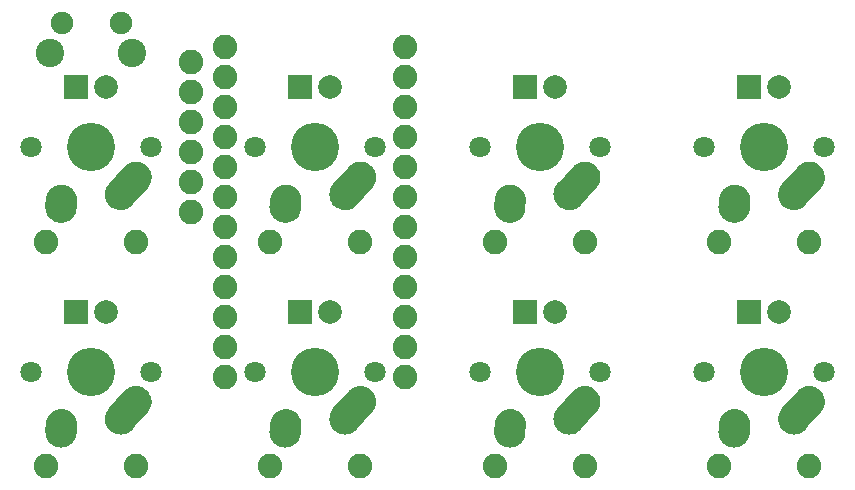
<source format=gbr>
G04 #@! TF.GenerationSoftware,KiCad,Pcbnew,5.1.2-f72e74a~84~ubuntu18.04.1*
G04 #@! TF.CreationDate,2019-06-08T16:05:02-04:00*
G04 #@! TF.ProjectId,8_key_simple,385f6b65-795f-4736-996d-706c652e6b69,rev?*
G04 #@! TF.SameCoordinates,Original*
G04 #@! TF.FileFunction,Soldermask,Top*
G04 #@! TF.FilePolarity,Negative*
%FSLAX46Y46*%
G04 Gerber Fmt 4.6, Leading zero omitted, Abs format (unit mm)*
G04 Created by KiCad (PCBNEW 5.1.2-f72e74a~84~ubuntu18.04.1) date 2019-06-08 16:05:02*
%MOMM*%
%LPD*%
G04 APERTURE LIST*
%ADD10C,2.082800*%
%ADD11C,2.006600*%
%ADD12R,2.006600X2.006600*%
%ADD13C,4.089400*%
%ADD14C,2.540000*%
%ADD15C,0.100000*%
%ADD16C,2.641600*%
%ADD17C,1.803400*%
%ADD18C,2.402840*%
%ADD19C,1.902460*%
G04 APERTURE END LIST*
D10*
X151620000Y-81550000D03*
X151620000Y-84090000D03*
X151620000Y-86630000D03*
X151620000Y-89170000D03*
X151620000Y-91710000D03*
X151620000Y-94250000D03*
X151620000Y-96790000D03*
X151620000Y-99330000D03*
X151620000Y-101870000D03*
X151620000Y-104410000D03*
X151620000Y-106950000D03*
X151620000Y-109490000D03*
X136380000Y-109490000D03*
X136380000Y-106950000D03*
X136380000Y-104410000D03*
X136380000Y-101870000D03*
X136380000Y-99330000D03*
X136380000Y-96790000D03*
X136380000Y-94250000D03*
X136380000Y-91710000D03*
X136380000Y-89170000D03*
X136380000Y-86630000D03*
X136380000Y-84090000D03*
X136380000Y-81550000D03*
X166810000Y-98000000D03*
X159190000Y-98000000D03*
D11*
X164270000Y-84920000D03*
D12*
X161730000Y-84920000D03*
D13*
X163000000Y-90000000D03*
D14*
X160500000Y-94500000D03*
D15*
G36*
X160362408Y-96397132D02*
G01*
X160357459Y-96396756D01*
X160234345Y-96381323D01*
X160229457Y-96380465D01*
X160108435Y-96353091D01*
X160103653Y-96351761D01*
X159985881Y-96312709D01*
X159981252Y-96310919D01*
X159867852Y-96260559D01*
X159863420Y-96258326D01*
X159755476Y-96197143D01*
X159751283Y-96194487D01*
X159649825Y-96123061D01*
X159645911Y-96120009D01*
X159551907Y-96039023D01*
X159548310Y-96035604D01*
X159462656Y-95945831D01*
X159459409Y-95942077D01*
X159382925Y-95844376D01*
X159380060Y-95840323D01*
X159313476Y-95735623D01*
X159311021Y-95731310D01*
X159254971Y-95620614D01*
X159252947Y-95616082D01*
X159207967Y-95500443D01*
X159206396Y-95495735D01*
X159172914Y-95376259D01*
X159171810Y-95371420D01*
X159150147Y-95249248D01*
X159149520Y-95244325D01*
X159139882Y-95120621D01*
X159139739Y-95115660D01*
X159142219Y-94991607D01*
X159142329Y-94989127D01*
X159182329Y-94409126D01*
X159182355Y-94408771D01*
X159183699Y-94391090D01*
X159183993Y-94388270D01*
X159189290Y-94348281D01*
X159193191Y-94308672D01*
X159193922Y-94303741D01*
X159197717Y-94284666D01*
X159200286Y-94265265D01*
X159201177Y-94260382D01*
X159210412Y-94220840D01*
X159218236Y-94181504D01*
X159219448Y-94176668D01*
X159225009Y-94158335D01*
X159229395Y-94139556D01*
X159230759Y-94134784D01*
X159243898Y-94096068D01*
X159255626Y-94057404D01*
X159257306Y-94052710D01*
X159264525Y-94035281D01*
X159270632Y-94017286D01*
X159272454Y-94012670D01*
X159289449Y-93975109D01*
X159305001Y-93937564D01*
X159307133Y-93933057D01*
X159315886Y-93916682D01*
X159323603Y-93899626D01*
X159325867Y-93895210D01*
X159346597Y-93859225D01*
X159365884Y-93823142D01*
X159368446Y-93818867D01*
X159378610Y-93803655D01*
X159387805Y-93787694D01*
X159390489Y-93783520D01*
X159414783Y-93749518D01*
X159437687Y-93715239D01*
X159440657Y-93711235D01*
X159452076Y-93697321D01*
X159462621Y-93682562D01*
X159465700Y-93678670D01*
X159493385Y-93646984D01*
X159519723Y-93614892D01*
X159523071Y-93611199D01*
X159535602Y-93598668D01*
X159547340Y-93585234D01*
X159550785Y-93581661D01*
X159581629Y-93552641D01*
X159611199Y-93523071D01*
X159614894Y-93519722D01*
X159628376Y-93508658D01*
X159641152Y-93496637D01*
X159644928Y-93493417D01*
X159678710Y-93467349D01*
X159711235Y-93440657D01*
X159715240Y-93437687D01*
X159729501Y-93428158D01*
X159743162Y-93417617D01*
X159747235Y-93414780D01*
X159783654Y-93391974D01*
X159818867Y-93368446D01*
X159823143Y-93365884D01*
X159837997Y-93357944D01*
X159852397Y-93348927D01*
X159856727Y-93346501D01*
X159895515Y-93327201D01*
X159933058Y-93307133D01*
X159937565Y-93305001D01*
X159952872Y-93298661D01*
X159967813Y-93291226D01*
X159972359Y-93289234D01*
X160013085Y-93273719D01*
X160052710Y-93257306D01*
X160057403Y-93255627D01*
X160072992Y-93250898D01*
X160088309Y-93245063D01*
X160093027Y-93243525D01*
X160135342Y-93231984D01*
X160176668Y-93219448D01*
X160181506Y-93218236D01*
X160197180Y-93215119D01*
X160212731Y-93210877D01*
X160217579Y-93209807D01*
X160261118Y-93202400D01*
X160303742Y-93193922D01*
X160308674Y-93193190D01*
X160324312Y-93191650D01*
X160339900Y-93188998D01*
X160344829Y-93188405D01*
X160389199Y-93185260D01*
X160432705Y-93180975D01*
X160437684Y-93180730D01*
X160453107Y-93180730D01*
X160468597Y-93179632D01*
X160473559Y-93179523D01*
X160518315Y-93180730D01*
X160562316Y-93180730D01*
X160567295Y-93180975D01*
X160582338Y-93182456D01*
X160597592Y-93182868D01*
X160602541Y-93183245D01*
X160647248Y-93188850D01*
X160691327Y-93193191D01*
X160696257Y-93193922D01*
X160710826Y-93196820D01*
X160725656Y-93198679D01*
X160730543Y-93199535D01*
X160774776Y-93209539D01*
X160818496Y-93218236D01*
X160823333Y-93219448D01*
X160837259Y-93223673D01*
X160851564Y-93226908D01*
X160856346Y-93228239D01*
X160899681Y-93242608D01*
X160942597Y-93255627D01*
X160947289Y-93257305D01*
X160960470Y-93262764D01*
X160974120Y-93267291D01*
X160978748Y-93269081D01*
X161020771Y-93287744D01*
X161062435Y-93305001D01*
X161066942Y-93307132D01*
X161079275Y-93313724D01*
X161092148Y-93319441D01*
X161096580Y-93321674D01*
X161136856Y-93344503D01*
X161176857Y-93365884D01*
X161181134Y-93368447D01*
X161192517Y-93376054D01*
X161204523Y-93382858D01*
X161208717Y-93385514D01*
X161246755Y-93412292D01*
X161284761Y-93437687D01*
X161288766Y-93440658D01*
X161299137Y-93449169D01*
X161310175Y-93456940D01*
X161314089Y-93459992D01*
X161349535Y-93490529D01*
X161385108Y-93519723D01*
X161388801Y-93523071D01*
X161398086Y-93532356D01*
X161408093Y-93540977D01*
X161411690Y-93544396D01*
X161444213Y-93578483D01*
X161476929Y-93611199D01*
X161480277Y-93614893D01*
X161488424Y-93624820D01*
X161497344Y-93634169D01*
X161500591Y-93637923D01*
X161529830Y-93675272D01*
X161559343Y-93711235D01*
X161562312Y-93715239D01*
X161569285Y-93725674D01*
X161577075Y-93735626D01*
X161579940Y-93739678D01*
X161605558Y-93779961D01*
X161631554Y-93818867D01*
X161634116Y-93823142D01*
X161639892Y-93833948D01*
X161646525Y-93844378D01*
X161648979Y-93848690D01*
X161670666Y-93891520D01*
X161692868Y-93933058D01*
X161694999Y-93937564D01*
X161699580Y-93948624D01*
X161705030Y-93959387D01*
X161707052Y-93963919D01*
X161724567Y-94008948D01*
X161742694Y-94052710D01*
X161744374Y-94057403D01*
X161747773Y-94068607D01*
X161752032Y-94079557D01*
X161753603Y-94084265D01*
X161766709Y-94131031D01*
X161780553Y-94176669D01*
X161781764Y-94181503D01*
X161783991Y-94192698D01*
X161787086Y-94203743D01*
X161788190Y-94208580D01*
X161796733Y-94256759D01*
X161806078Y-94303741D01*
X161806809Y-94308671D01*
X161807898Y-94319729D01*
X161809853Y-94330754D01*
X161810479Y-94335675D01*
X161814305Y-94384781D01*
X161819025Y-94432705D01*
X161819270Y-94437684D01*
X161819270Y-94448495D01*
X161820118Y-94459379D01*
X161820261Y-94464340D01*
X161819270Y-94513912D01*
X161819270Y-94562316D01*
X161819025Y-94567295D01*
X161817993Y-94577769D01*
X161817781Y-94588394D01*
X161817671Y-94590874D01*
X161777670Y-95170874D01*
X161777644Y-95171227D01*
X161776301Y-95188908D01*
X161776007Y-95191731D01*
X161759714Y-95314736D01*
X161758823Y-95319618D01*
X161730605Y-95440445D01*
X161729242Y-95445217D01*
X161689369Y-95562714D01*
X161687546Y-95567330D01*
X161636397Y-95680375D01*
X161634132Y-95684792D01*
X161572195Y-95792306D01*
X161569511Y-95796480D01*
X161497379Y-95897437D01*
X161494300Y-95901330D01*
X161412660Y-95994767D01*
X161409215Y-95998340D01*
X161318847Y-96083364D01*
X161315071Y-96086585D01*
X161216838Y-96162385D01*
X161212765Y-96165221D01*
X161107603Y-96231073D01*
X161103273Y-96233499D01*
X160992187Y-96288775D01*
X160987641Y-96290766D01*
X160871692Y-96334938D01*
X160866973Y-96336476D01*
X160747267Y-96369123D01*
X160742421Y-96370194D01*
X160620099Y-96391003D01*
X160615171Y-96391595D01*
X160491403Y-96400369D01*
X160486441Y-96400478D01*
X160362408Y-96397132D01*
X160362408Y-96397132D01*
G37*
D16*
X160460000Y-95080000D03*
D17*
X168080000Y-90000000D03*
D14*
X166810000Y-92540000D03*
D15*
G36*
X165431046Y-95318940D02*
G01*
X165426090Y-95318672D01*
X165302668Y-95305917D01*
X165297762Y-95305166D01*
X165176175Y-95280429D01*
X165171365Y-95279203D01*
X165052772Y-95242717D01*
X165048106Y-95241028D01*
X164933639Y-95193146D01*
X164929159Y-95191009D01*
X164819911Y-95132183D01*
X164815661Y-95129619D01*
X164712675Y-95060414D01*
X164708696Y-95057448D01*
X164612955Y-94978524D01*
X164609284Y-94975184D01*
X164521701Y-94887294D01*
X164518374Y-94883612D01*
X164439785Y-94787595D01*
X164436832Y-94783605D01*
X164367989Y-94680377D01*
X164365441Y-94676118D01*
X164306999Y-94566664D01*
X164304878Y-94562177D01*
X164257396Y-94447544D01*
X164255723Y-94442871D01*
X164219654Y-94324151D01*
X164218445Y-94319337D01*
X164194134Y-94197664D01*
X164193400Y-94192756D01*
X164181077Y-94069290D01*
X164180826Y-94064333D01*
X164180610Y-93940255D01*
X164180844Y-93935298D01*
X164192737Y-93811791D01*
X164193453Y-93806879D01*
X164217342Y-93685122D01*
X164218535Y-93680305D01*
X164254191Y-93561460D01*
X164255847Y-93556781D01*
X164302930Y-93441982D01*
X164305036Y-93437488D01*
X164363096Y-93327833D01*
X164365630Y-93323565D01*
X164434115Y-93220098D01*
X164437053Y-93216099D01*
X164515306Y-93119809D01*
X164516918Y-93117921D01*
X165826919Y-91657921D01*
X165827154Y-91657661D01*
X165831057Y-91653371D01*
X165831081Y-91653393D01*
X165831873Y-91652519D01*
X165831851Y-91652499D01*
X165839090Y-91644543D01*
X165841058Y-91642498D01*
X165882277Y-91601993D01*
X165921199Y-91563071D01*
X165924893Y-91559723D01*
X165927308Y-91557741D01*
X165929558Y-91555530D01*
X165933264Y-91552229D01*
X165978501Y-91515728D01*
X166021235Y-91480657D01*
X166025242Y-91477685D01*
X166027606Y-91476105D01*
X166029825Y-91474315D01*
X166033838Y-91471389D01*
X166082715Y-91439283D01*
X166128867Y-91408446D01*
X166133147Y-91405881D01*
X166135392Y-91404681D01*
X166137540Y-91403270D01*
X166141820Y-91400749D01*
X166194095Y-91373305D01*
X166243058Y-91347133D01*
X166247563Y-91345002D01*
X166249652Y-91344137D01*
X166251680Y-91343072D01*
X166256180Y-91340983D01*
X166311179Y-91318651D01*
X166362710Y-91297306D01*
X166367409Y-91295625D01*
X166369300Y-91295052D01*
X166371138Y-91294305D01*
X166375827Y-91292663D01*
X166433067Y-91275708D01*
X166486668Y-91259448D01*
X166491508Y-91258235D01*
X166493171Y-91257904D01*
X166494792Y-91257424D01*
X166499619Y-91256247D01*
X166558701Y-91244870D01*
X166613741Y-91233922D01*
X166618670Y-91233191D01*
X166620067Y-91233053D01*
X166621461Y-91232785D01*
X166626372Y-91232086D01*
X166686848Y-91226476D01*
X166742705Y-91220975D01*
X166747684Y-91220730D01*
X166748800Y-91220730D01*
X166749921Y-91220626D01*
X166754878Y-91220410D01*
X166815961Y-91220730D01*
X166872316Y-91220730D01*
X166877292Y-91220974D01*
X166878121Y-91221056D01*
X166878958Y-91221060D01*
X166883910Y-91221328D01*
X166945410Y-91227684D01*
X167001327Y-91233191D01*
X167006254Y-91233921D01*
X167006789Y-91234027D01*
X167007337Y-91234084D01*
X167012239Y-91234834D01*
X167073258Y-91247249D01*
X167128495Y-91258236D01*
X167133331Y-91259447D01*
X167133574Y-91259521D01*
X167133826Y-91259572D01*
X167138634Y-91260798D01*
X167198729Y-91279286D01*
X167252597Y-91295627D01*
X167257212Y-91297278D01*
X167257224Y-91297282D01*
X167261894Y-91298972D01*
X167320549Y-91323508D01*
X167372436Y-91345001D01*
X167376344Y-91346848D01*
X167376374Y-91346861D01*
X167376743Y-91347037D01*
X167376929Y-91347125D01*
X167376943Y-91347133D01*
X167380840Y-91348992D01*
X167437830Y-91379678D01*
X167486857Y-91405884D01*
X167490021Y-91407780D01*
X167490086Y-91407815D01*
X167494339Y-91410381D01*
X167548735Y-91446934D01*
X167594761Y-91477687D01*
X167597288Y-91479561D01*
X167597330Y-91479589D01*
X167598041Y-91480119D01*
X167598761Y-91480653D01*
X167598800Y-91480685D01*
X167601304Y-91482552D01*
X167652772Y-91524980D01*
X167695107Y-91559723D01*
X167696993Y-91561432D01*
X167697046Y-91561476D01*
X167698216Y-91562540D01*
X167698801Y-91563071D01*
X167698825Y-91563095D01*
X167700716Y-91564816D01*
X167749215Y-91613485D01*
X167786929Y-91651199D01*
X167788259Y-91652665D01*
X167788314Y-91652721D01*
X167789488Y-91654021D01*
X167790264Y-91654877D01*
X167790297Y-91654917D01*
X167791626Y-91656389D01*
X167836940Y-91711752D01*
X167869343Y-91751235D01*
X167870181Y-91752366D01*
X167870207Y-91752397D01*
X167871530Y-91754185D01*
X167872320Y-91755250D01*
X167872333Y-91755270D01*
X167873166Y-91756395D01*
X167916295Y-91821064D01*
X167941554Y-91858867D01*
X167941980Y-91859577D01*
X167942015Y-91859630D01*
X167943754Y-91862536D01*
X167944111Y-91863132D01*
X167944117Y-91863143D01*
X167944559Y-91863882D01*
X167988372Y-91945940D01*
X167988373Y-91945940D01*
X168002868Y-91973058D01*
X168002998Y-91973331D01*
X168003041Y-91973413D01*
X168003978Y-91975400D01*
X168004958Y-91977467D01*
X168004995Y-91977556D01*
X168005121Y-91977823D01*
X168052604Y-92092457D01*
X168052696Y-92092714D01*
X168052735Y-92092808D01*
X168053382Y-92094624D01*
X168054248Y-92097034D01*
X168054289Y-92097168D01*
X168054373Y-92097403D01*
X168062923Y-92125588D01*
X168090346Y-92215850D01*
X168090545Y-92216642D01*
X168090550Y-92216659D01*
X168090990Y-92218414D01*
X168091558Y-92220678D01*
X168091563Y-92220701D01*
X168091764Y-92221505D01*
X168100753Y-92266698D01*
X168115866Y-92342336D01*
X168116070Y-92343705D01*
X168116073Y-92343718D01*
X168116203Y-92344594D01*
X168116603Y-92347272D01*
X168116607Y-92347312D01*
X168116809Y-92348672D01*
X168121820Y-92399547D01*
X168128923Y-92470711D01*
X168129023Y-92472686D01*
X168129027Y-92472723D01*
X168129074Y-92473692D01*
X168129174Y-92475651D01*
X168129174Y-92475727D01*
X168129270Y-92477684D01*
X168129270Y-92530902D01*
X168129390Y-92599746D01*
X168129270Y-92602289D01*
X168129270Y-92602316D01*
X168129238Y-92602960D01*
X168129156Y-92604704D01*
X168129149Y-92604778D01*
X168129025Y-92607295D01*
X168123680Y-92661572D01*
X168117262Y-92728211D01*
X168116814Y-92731277D01*
X168116810Y-92731323D01*
X168116674Y-92732240D01*
X168116545Y-92733124D01*
X168116536Y-92733167D01*
X168116078Y-92736259D01*
X168105230Y-92790796D01*
X168092658Y-92854877D01*
X168091768Y-92858472D01*
X168091764Y-92858493D01*
X168091679Y-92858831D01*
X168091465Y-92859697D01*
X168091450Y-92859749D01*
X168090552Y-92863332D01*
X168074243Y-92917094D01*
X168055808Y-92978540D01*
X168054387Y-92982549D01*
X168054377Y-92982584D01*
X168052694Y-92987290D01*
X168031221Y-93039131D01*
X168007070Y-93098017D01*
X168004961Y-93102519D01*
X168004946Y-93102547D01*
X168002867Y-93106942D01*
X167976420Y-93156420D01*
X167946903Y-93212167D01*
X167944371Y-93216432D01*
X167944227Y-93216650D01*
X167944115Y-93216859D01*
X167941554Y-93221133D01*
X167910209Y-93268045D01*
X167875885Y-93319902D01*
X167872941Y-93323910D01*
X167872605Y-93324323D01*
X167872318Y-93324753D01*
X167869343Y-93328765D01*
X167833627Y-93372285D01*
X167794693Y-93420192D01*
X167793081Y-93422079D01*
X166483081Y-94882080D01*
X166482843Y-94882343D01*
X166470909Y-94895458D01*
X166468942Y-94897502D01*
X166380442Y-94984469D01*
X166376736Y-94987771D01*
X166280172Y-95065687D01*
X166276162Y-95068611D01*
X166172456Y-95136733D01*
X166168180Y-95139252D01*
X166058322Y-95196928D01*
X166053820Y-95199018D01*
X165938857Y-95245698D01*
X165934173Y-95247338D01*
X165815204Y-95282578D01*
X165810381Y-95283754D01*
X165688541Y-95307215D01*
X165683628Y-95307914D01*
X165560080Y-95319374D01*
X165555122Y-95319590D01*
X165431046Y-95318940D01*
X165431046Y-95318940D01*
G37*
D16*
X165500000Y-94000000D03*
D17*
X157920000Y-90000000D03*
D11*
X183270000Y-103920000D03*
D12*
X180730000Y-103920000D03*
D13*
X182000000Y-109000000D03*
D14*
X179500000Y-113500000D03*
D15*
G36*
X179362408Y-115397132D02*
G01*
X179357459Y-115396756D01*
X179234345Y-115381323D01*
X179229457Y-115380465D01*
X179108435Y-115353091D01*
X179103653Y-115351761D01*
X178985881Y-115312709D01*
X178981252Y-115310919D01*
X178867852Y-115260559D01*
X178863420Y-115258326D01*
X178755476Y-115197143D01*
X178751283Y-115194487D01*
X178649825Y-115123061D01*
X178645911Y-115120009D01*
X178551907Y-115039023D01*
X178548310Y-115035604D01*
X178462656Y-114945831D01*
X178459409Y-114942077D01*
X178382925Y-114844376D01*
X178380060Y-114840323D01*
X178313476Y-114735623D01*
X178311021Y-114731310D01*
X178254971Y-114620614D01*
X178252947Y-114616082D01*
X178207967Y-114500443D01*
X178206396Y-114495735D01*
X178172914Y-114376259D01*
X178171810Y-114371420D01*
X178150147Y-114249248D01*
X178149520Y-114244325D01*
X178139882Y-114120621D01*
X178139739Y-114115660D01*
X178142219Y-113991607D01*
X178142329Y-113989127D01*
X178182329Y-113409126D01*
X178182355Y-113408771D01*
X178183699Y-113391090D01*
X178183993Y-113388270D01*
X178189290Y-113348281D01*
X178193191Y-113308672D01*
X178193922Y-113303741D01*
X178197717Y-113284666D01*
X178200286Y-113265265D01*
X178201177Y-113260382D01*
X178210412Y-113220840D01*
X178218236Y-113181504D01*
X178219448Y-113176668D01*
X178225009Y-113158335D01*
X178229395Y-113139556D01*
X178230759Y-113134784D01*
X178243898Y-113096068D01*
X178255626Y-113057404D01*
X178257306Y-113052710D01*
X178264525Y-113035281D01*
X178270632Y-113017286D01*
X178272454Y-113012670D01*
X178289449Y-112975109D01*
X178305001Y-112937564D01*
X178307133Y-112933057D01*
X178315886Y-112916682D01*
X178323603Y-112899626D01*
X178325867Y-112895210D01*
X178346597Y-112859225D01*
X178365884Y-112823142D01*
X178368446Y-112818867D01*
X178378610Y-112803655D01*
X178387805Y-112787694D01*
X178390489Y-112783520D01*
X178414783Y-112749518D01*
X178437687Y-112715239D01*
X178440657Y-112711235D01*
X178452076Y-112697321D01*
X178462621Y-112682562D01*
X178465700Y-112678670D01*
X178493385Y-112646984D01*
X178519723Y-112614892D01*
X178523071Y-112611199D01*
X178535602Y-112598668D01*
X178547340Y-112585234D01*
X178550785Y-112581661D01*
X178581629Y-112552641D01*
X178611199Y-112523071D01*
X178614894Y-112519722D01*
X178628376Y-112508658D01*
X178641152Y-112496637D01*
X178644928Y-112493417D01*
X178678710Y-112467349D01*
X178711235Y-112440657D01*
X178715240Y-112437687D01*
X178729501Y-112428158D01*
X178743162Y-112417617D01*
X178747235Y-112414780D01*
X178783654Y-112391974D01*
X178818867Y-112368446D01*
X178823143Y-112365884D01*
X178837997Y-112357944D01*
X178852397Y-112348927D01*
X178856727Y-112346501D01*
X178895515Y-112327201D01*
X178933058Y-112307133D01*
X178937565Y-112305001D01*
X178952872Y-112298661D01*
X178967813Y-112291226D01*
X178972359Y-112289234D01*
X179013085Y-112273719D01*
X179052710Y-112257306D01*
X179057403Y-112255627D01*
X179072992Y-112250898D01*
X179088309Y-112245063D01*
X179093027Y-112243525D01*
X179135342Y-112231984D01*
X179176668Y-112219448D01*
X179181506Y-112218236D01*
X179197180Y-112215119D01*
X179212731Y-112210877D01*
X179217579Y-112209807D01*
X179261118Y-112202400D01*
X179303742Y-112193922D01*
X179308674Y-112193190D01*
X179324312Y-112191650D01*
X179339900Y-112188998D01*
X179344829Y-112188405D01*
X179389199Y-112185260D01*
X179432705Y-112180975D01*
X179437684Y-112180730D01*
X179453107Y-112180730D01*
X179468597Y-112179632D01*
X179473559Y-112179523D01*
X179518315Y-112180730D01*
X179562316Y-112180730D01*
X179567295Y-112180975D01*
X179582338Y-112182456D01*
X179597592Y-112182868D01*
X179602541Y-112183245D01*
X179647248Y-112188850D01*
X179691327Y-112193191D01*
X179696257Y-112193922D01*
X179710826Y-112196820D01*
X179725656Y-112198679D01*
X179730543Y-112199535D01*
X179774776Y-112209539D01*
X179818496Y-112218236D01*
X179823333Y-112219448D01*
X179837259Y-112223673D01*
X179851564Y-112226908D01*
X179856346Y-112228239D01*
X179899681Y-112242608D01*
X179942597Y-112255627D01*
X179947289Y-112257305D01*
X179960470Y-112262764D01*
X179974120Y-112267291D01*
X179978748Y-112269081D01*
X180020771Y-112287744D01*
X180062435Y-112305001D01*
X180066942Y-112307132D01*
X180079275Y-112313724D01*
X180092148Y-112319441D01*
X180096580Y-112321674D01*
X180136856Y-112344503D01*
X180176857Y-112365884D01*
X180181134Y-112368447D01*
X180192517Y-112376054D01*
X180204523Y-112382858D01*
X180208717Y-112385514D01*
X180246755Y-112412292D01*
X180284761Y-112437687D01*
X180288766Y-112440658D01*
X180299137Y-112449169D01*
X180310175Y-112456940D01*
X180314089Y-112459992D01*
X180349535Y-112490529D01*
X180385108Y-112519723D01*
X180388801Y-112523071D01*
X180398086Y-112532356D01*
X180408093Y-112540977D01*
X180411690Y-112544396D01*
X180444213Y-112578483D01*
X180476929Y-112611199D01*
X180480277Y-112614893D01*
X180488424Y-112624820D01*
X180497344Y-112634169D01*
X180500591Y-112637923D01*
X180529830Y-112675272D01*
X180559343Y-112711235D01*
X180562312Y-112715239D01*
X180569285Y-112725674D01*
X180577075Y-112735626D01*
X180579940Y-112739678D01*
X180605558Y-112779961D01*
X180631554Y-112818867D01*
X180634116Y-112823142D01*
X180639892Y-112833948D01*
X180646525Y-112844378D01*
X180648979Y-112848690D01*
X180670666Y-112891520D01*
X180692868Y-112933058D01*
X180694999Y-112937564D01*
X180699580Y-112948624D01*
X180705030Y-112959387D01*
X180707052Y-112963919D01*
X180724567Y-113008948D01*
X180742694Y-113052710D01*
X180744374Y-113057403D01*
X180747773Y-113068607D01*
X180752032Y-113079557D01*
X180753603Y-113084265D01*
X180766709Y-113131031D01*
X180780553Y-113176669D01*
X180781764Y-113181503D01*
X180783991Y-113192698D01*
X180787086Y-113203743D01*
X180788190Y-113208580D01*
X180796733Y-113256759D01*
X180806078Y-113303741D01*
X180806809Y-113308671D01*
X180807898Y-113319729D01*
X180809853Y-113330754D01*
X180810479Y-113335675D01*
X180814305Y-113384781D01*
X180819025Y-113432705D01*
X180819270Y-113437684D01*
X180819270Y-113448495D01*
X180820118Y-113459379D01*
X180820261Y-113464340D01*
X180819270Y-113513912D01*
X180819270Y-113562316D01*
X180819025Y-113567295D01*
X180817993Y-113577769D01*
X180817781Y-113588394D01*
X180817671Y-113590874D01*
X180777670Y-114170874D01*
X180777644Y-114171227D01*
X180776301Y-114188908D01*
X180776007Y-114191731D01*
X180759714Y-114314736D01*
X180758823Y-114319618D01*
X180730605Y-114440445D01*
X180729242Y-114445217D01*
X180689369Y-114562714D01*
X180687546Y-114567330D01*
X180636397Y-114680375D01*
X180634132Y-114684792D01*
X180572195Y-114792306D01*
X180569511Y-114796480D01*
X180497379Y-114897437D01*
X180494300Y-114901330D01*
X180412660Y-114994767D01*
X180409215Y-114998340D01*
X180318847Y-115083364D01*
X180315071Y-115086585D01*
X180216838Y-115162385D01*
X180212765Y-115165221D01*
X180107603Y-115231073D01*
X180103273Y-115233499D01*
X179992187Y-115288775D01*
X179987641Y-115290766D01*
X179871692Y-115334938D01*
X179866973Y-115336476D01*
X179747267Y-115369123D01*
X179742421Y-115370194D01*
X179620099Y-115391003D01*
X179615171Y-115391595D01*
X179491403Y-115400369D01*
X179486441Y-115400478D01*
X179362408Y-115397132D01*
X179362408Y-115397132D01*
G37*
D16*
X179460000Y-114080000D03*
D17*
X187080000Y-109000000D03*
D14*
X185810000Y-111540000D03*
D15*
G36*
X184431046Y-114318940D02*
G01*
X184426090Y-114318672D01*
X184302668Y-114305917D01*
X184297762Y-114305166D01*
X184176175Y-114280429D01*
X184171365Y-114279203D01*
X184052772Y-114242717D01*
X184048106Y-114241028D01*
X183933639Y-114193146D01*
X183929159Y-114191009D01*
X183819911Y-114132183D01*
X183815661Y-114129619D01*
X183712675Y-114060414D01*
X183708696Y-114057448D01*
X183612955Y-113978524D01*
X183609284Y-113975184D01*
X183521701Y-113887294D01*
X183518374Y-113883612D01*
X183439785Y-113787595D01*
X183436832Y-113783605D01*
X183367989Y-113680377D01*
X183365441Y-113676118D01*
X183306999Y-113566664D01*
X183304878Y-113562177D01*
X183257396Y-113447544D01*
X183255723Y-113442871D01*
X183219654Y-113324151D01*
X183218445Y-113319337D01*
X183194134Y-113197664D01*
X183193400Y-113192756D01*
X183181077Y-113069290D01*
X183180826Y-113064333D01*
X183180610Y-112940255D01*
X183180844Y-112935298D01*
X183192737Y-112811791D01*
X183193453Y-112806879D01*
X183217342Y-112685122D01*
X183218535Y-112680305D01*
X183254191Y-112561460D01*
X183255847Y-112556781D01*
X183302930Y-112441982D01*
X183305036Y-112437488D01*
X183363096Y-112327833D01*
X183365630Y-112323565D01*
X183434115Y-112220098D01*
X183437053Y-112216099D01*
X183515306Y-112119809D01*
X183516918Y-112117921D01*
X184826919Y-110657921D01*
X184827154Y-110657661D01*
X184831057Y-110653371D01*
X184831081Y-110653393D01*
X184831873Y-110652519D01*
X184831851Y-110652499D01*
X184839090Y-110644543D01*
X184841058Y-110642498D01*
X184882277Y-110601993D01*
X184921199Y-110563071D01*
X184924893Y-110559723D01*
X184927308Y-110557741D01*
X184929558Y-110555530D01*
X184933264Y-110552229D01*
X184978501Y-110515728D01*
X185021235Y-110480657D01*
X185025242Y-110477685D01*
X185027606Y-110476105D01*
X185029825Y-110474315D01*
X185033838Y-110471389D01*
X185082715Y-110439283D01*
X185128867Y-110408446D01*
X185133147Y-110405881D01*
X185135392Y-110404681D01*
X185137540Y-110403270D01*
X185141820Y-110400749D01*
X185194095Y-110373305D01*
X185243058Y-110347133D01*
X185247563Y-110345002D01*
X185249652Y-110344137D01*
X185251680Y-110343072D01*
X185256180Y-110340983D01*
X185311179Y-110318651D01*
X185362710Y-110297306D01*
X185367409Y-110295625D01*
X185369300Y-110295052D01*
X185371138Y-110294305D01*
X185375827Y-110292663D01*
X185433067Y-110275708D01*
X185486668Y-110259448D01*
X185491508Y-110258235D01*
X185493171Y-110257904D01*
X185494792Y-110257424D01*
X185499619Y-110256247D01*
X185558701Y-110244870D01*
X185613741Y-110233922D01*
X185618670Y-110233191D01*
X185620067Y-110233053D01*
X185621461Y-110232785D01*
X185626372Y-110232086D01*
X185686848Y-110226476D01*
X185742705Y-110220975D01*
X185747684Y-110220730D01*
X185748800Y-110220730D01*
X185749921Y-110220626D01*
X185754878Y-110220410D01*
X185815961Y-110220730D01*
X185872316Y-110220730D01*
X185877292Y-110220974D01*
X185878121Y-110221056D01*
X185878958Y-110221060D01*
X185883910Y-110221328D01*
X185945410Y-110227684D01*
X186001327Y-110233191D01*
X186006254Y-110233921D01*
X186006789Y-110234027D01*
X186007337Y-110234084D01*
X186012239Y-110234834D01*
X186073258Y-110247249D01*
X186128495Y-110258236D01*
X186133331Y-110259447D01*
X186133574Y-110259521D01*
X186133826Y-110259572D01*
X186138634Y-110260798D01*
X186198729Y-110279286D01*
X186252597Y-110295627D01*
X186257212Y-110297278D01*
X186257224Y-110297282D01*
X186261894Y-110298972D01*
X186320549Y-110323508D01*
X186372436Y-110345001D01*
X186376344Y-110346848D01*
X186376374Y-110346861D01*
X186376743Y-110347037D01*
X186376929Y-110347125D01*
X186376943Y-110347133D01*
X186380840Y-110348992D01*
X186437830Y-110379678D01*
X186486857Y-110405884D01*
X186490021Y-110407780D01*
X186490086Y-110407815D01*
X186494339Y-110410381D01*
X186548735Y-110446934D01*
X186594761Y-110477687D01*
X186597288Y-110479561D01*
X186597330Y-110479589D01*
X186598041Y-110480119D01*
X186598761Y-110480653D01*
X186598800Y-110480685D01*
X186601304Y-110482552D01*
X186652772Y-110524980D01*
X186695107Y-110559723D01*
X186696993Y-110561432D01*
X186697046Y-110561476D01*
X186698216Y-110562540D01*
X186698801Y-110563071D01*
X186698825Y-110563095D01*
X186700716Y-110564816D01*
X186749215Y-110613485D01*
X186786929Y-110651199D01*
X186788259Y-110652665D01*
X186788314Y-110652721D01*
X186789488Y-110654021D01*
X186790264Y-110654877D01*
X186790297Y-110654917D01*
X186791626Y-110656389D01*
X186836940Y-110711752D01*
X186869343Y-110751235D01*
X186870181Y-110752366D01*
X186870207Y-110752397D01*
X186871530Y-110754185D01*
X186872320Y-110755250D01*
X186872333Y-110755270D01*
X186873166Y-110756395D01*
X186916295Y-110821064D01*
X186941554Y-110858867D01*
X186941980Y-110859577D01*
X186942015Y-110859630D01*
X186943754Y-110862536D01*
X186944111Y-110863132D01*
X186944117Y-110863143D01*
X186944559Y-110863882D01*
X186988372Y-110945940D01*
X186988373Y-110945940D01*
X187002868Y-110973058D01*
X187002998Y-110973331D01*
X187003041Y-110973413D01*
X187003978Y-110975400D01*
X187004958Y-110977467D01*
X187004995Y-110977556D01*
X187005121Y-110977823D01*
X187052604Y-111092457D01*
X187052696Y-111092714D01*
X187052735Y-111092808D01*
X187053382Y-111094624D01*
X187054248Y-111097034D01*
X187054289Y-111097168D01*
X187054373Y-111097403D01*
X187062923Y-111125588D01*
X187090346Y-111215850D01*
X187090545Y-111216642D01*
X187090550Y-111216659D01*
X187090990Y-111218414D01*
X187091558Y-111220678D01*
X187091563Y-111220701D01*
X187091764Y-111221505D01*
X187100753Y-111266698D01*
X187115866Y-111342336D01*
X187116070Y-111343705D01*
X187116073Y-111343718D01*
X187116203Y-111344594D01*
X187116603Y-111347272D01*
X187116607Y-111347312D01*
X187116809Y-111348672D01*
X187121820Y-111399547D01*
X187128923Y-111470711D01*
X187129023Y-111472686D01*
X187129027Y-111472723D01*
X187129074Y-111473692D01*
X187129174Y-111475651D01*
X187129174Y-111475727D01*
X187129270Y-111477684D01*
X187129270Y-111530902D01*
X187129390Y-111599746D01*
X187129270Y-111602289D01*
X187129270Y-111602316D01*
X187129238Y-111602960D01*
X187129156Y-111604704D01*
X187129149Y-111604778D01*
X187129025Y-111607295D01*
X187123680Y-111661572D01*
X187117262Y-111728211D01*
X187116814Y-111731277D01*
X187116810Y-111731323D01*
X187116674Y-111732240D01*
X187116545Y-111733124D01*
X187116536Y-111733167D01*
X187116078Y-111736259D01*
X187105230Y-111790796D01*
X187092658Y-111854877D01*
X187091768Y-111858472D01*
X187091764Y-111858493D01*
X187091679Y-111858831D01*
X187091465Y-111859697D01*
X187091450Y-111859749D01*
X187090552Y-111863332D01*
X187074243Y-111917094D01*
X187055808Y-111978540D01*
X187054387Y-111982549D01*
X187054377Y-111982584D01*
X187052694Y-111987290D01*
X187031221Y-112039131D01*
X187007070Y-112098017D01*
X187004961Y-112102519D01*
X187004946Y-112102547D01*
X187002867Y-112106942D01*
X186976420Y-112156420D01*
X186946903Y-112212167D01*
X186944371Y-112216432D01*
X186944227Y-112216650D01*
X186944115Y-112216859D01*
X186941554Y-112221133D01*
X186910209Y-112268045D01*
X186875885Y-112319902D01*
X186872941Y-112323910D01*
X186872605Y-112324323D01*
X186872318Y-112324753D01*
X186869343Y-112328765D01*
X186833627Y-112372285D01*
X186794693Y-112420192D01*
X186793081Y-112422079D01*
X185483081Y-113882080D01*
X185482843Y-113882343D01*
X185470909Y-113895458D01*
X185468942Y-113897502D01*
X185380442Y-113984469D01*
X185376736Y-113987771D01*
X185280172Y-114065687D01*
X185276162Y-114068611D01*
X185172456Y-114136733D01*
X185168180Y-114139252D01*
X185058322Y-114196928D01*
X185053820Y-114199018D01*
X184938857Y-114245698D01*
X184934173Y-114247338D01*
X184815204Y-114282578D01*
X184810381Y-114283754D01*
X184688541Y-114307215D01*
X184683628Y-114307914D01*
X184560080Y-114319374D01*
X184555122Y-114319590D01*
X184431046Y-114318940D01*
X184431046Y-114318940D01*
G37*
D16*
X184500000Y-113000000D03*
D17*
X176920000Y-109000000D03*
D10*
X147810000Y-117000000D03*
X140190000Y-117000000D03*
D11*
X183270000Y-84920000D03*
D12*
X180730000Y-84920000D03*
D13*
X182000000Y-90000000D03*
D14*
X179500000Y-94500000D03*
D15*
G36*
X179362408Y-96397132D02*
G01*
X179357459Y-96396756D01*
X179234345Y-96381323D01*
X179229457Y-96380465D01*
X179108435Y-96353091D01*
X179103653Y-96351761D01*
X178985881Y-96312709D01*
X178981252Y-96310919D01*
X178867852Y-96260559D01*
X178863420Y-96258326D01*
X178755476Y-96197143D01*
X178751283Y-96194487D01*
X178649825Y-96123061D01*
X178645911Y-96120009D01*
X178551907Y-96039023D01*
X178548310Y-96035604D01*
X178462656Y-95945831D01*
X178459409Y-95942077D01*
X178382925Y-95844376D01*
X178380060Y-95840323D01*
X178313476Y-95735623D01*
X178311021Y-95731310D01*
X178254971Y-95620614D01*
X178252947Y-95616082D01*
X178207967Y-95500443D01*
X178206396Y-95495735D01*
X178172914Y-95376259D01*
X178171810Y-95371420D01*
X178150147Y-95249248D01*
X178149520Y-95244325D01*
X178139882Y-95120621D01*
X178139739Y-95115660D01*
X178142219Y-94991607D01*
X178142329Y-94989127D01*
X178182329Y-94409126D01*
X178182355Y-94408771D01*
X178183699Y-94391090D01*
X178183993Y-94388270D01*
X178189290Y-94348281D01*
X178193191Y-94308672D01*
X178193922Y-94303741D01*
X178197717Y-94284666D01*
X178200286Y-94265265D01*
X178201177Y-94260382D01*
X178210412Y-94220840D01*
X178218236Y-94181504D01*
X178219448Y-94176668D01*
X178225009Y-94158335D01*
X178229395Y-94139556D01*
X178230759Y-94134784D01*
X178243898Y-94096068D01*
X178255626Y-94057404D01*
X178257306Y-94052710D01*
X178264525Y-94035281D01*
X178270632Y-94017286D01*
X178272454Y-94012670D01*
X178289449Y-93975109D01*
X178305001Y-93937564D01*
X178307133Y-93933057D01*
X178315886Y-93916682D01*
X178323603Y-93899626D01*
X178325867Y-93895210D01*
X178346597Y-93859225D01*
X178365884Y-93823142D01*
X178368446Y-93818867D01*
X178378610Y-93803655D01*
X178387805Y-93787694D01*
X178390489Y-93783520D01*
X178414783Y-93749518D01*
X178437687Y-93715239D01*
X178440657Y-93711235D01*
X178452076Y-93697321D01*
X178462621Y-93682562D01*
X178465700Y-93678670D01*
X178493385Y-93646984D01*
X178519723Y-93614892D01*
X178523071Y-93611199D01*
X178535602Y-93598668D01*
X178547340Y-93585234D01*
X178550785Y-93581661D01*
X178581629Y-93552641D01*
X178611199Y-93523071D01*
X178614894Y-93519722D01*
X178628376Y-93508658D01*
X178641152Y-93496637D01*
X178644928Y-93493417D01*
X178678710Y-93467349D01*
X178711235Y-93440657D01*
X178715240Y-93437687D01*
X178729501Y-93428158D01*
X178743162Y-93417617D01*
X178747235Y-93414780D01*
X178783654Y-93391974D01*
X178818867Y-93368446D01*
X178823143Y-93365884D01*
X178837997Y-93357944D01*
X178852397Y-93348927D01*
X178856727Y-93346501D01*
X178895515Y-93327201D01*
X178933058Y-93307133D01*
X178937565Y-93305001D01*
X178952872Y-93298661D01*
X178967813Y-93291226D01*
X178972359Y-93289234D01*
X179013085Y-93273719D01*
X179052710Y-93257306D01*
X179057403Y-93255627D01*
X179072992Y-93250898D01*
X179088309Y-93245063D01*
X179093027Y-93243525D01*
X179135342Y-93231984D01*
X179176668Y-93219448D01*
X179181506Y-93218236D01*
X179197180Y-93215119D01*
X179212731Y-93210877D01*
X179217579Y-93209807D01*
X179261118Y-93202400D01*
X179303742Y-93193922D01*
X179308674Y-93193190D01*
X179324312Y-93191650D01*
X179339900Y-93188998D01*
X179344829Y-93188405D01*
X179389199Y-93185260D01*
X179432705Y-93180975D01*
X179437684Y-93180730D01*
X179453107Y-93180730D01*
X179468597Y-93179632D01*
X179473559Y-93179523D01*
X179518315Y-93180730D01*
X179562316Y-93180730D01*
X179567295Y-93180975D01*
X179582338Y-93182456D01*
X179597592Y-93182868D01*
X179602541Y-93183245D01*
X179647248Y-93188850D01*
X179691327Y-93193191D01*
X179696257Y-93193922D01*
X179710826Y-93196820D01*
X179725656Y-93198679D01*
X179730543Y-93199535D01*
X179774776Y-93209539D01*
X179818496Y-93218236D01*
X179823333Y-93219448D01*
X179837259Y-93223673D01*
X179851564Y-93226908D01*
X179856346Y-93228239D01*
X179899681Y-93242608D01*
X179942597Y-93255627D01*
X179947289Y-93257305D01*
X179960470Y-93262764D01*
X179974120Y-93267291D01*
X179978748Y-93269081D01*
X180020771Y-93287744D01*
X180062435Y-93305001D01*
X180066942Y-93307132D01*
X180079275Y-93313724D01*
X180092148Y-93319441D01*
X180096580Y-93321674D01*
X180136856Y-93344503D01*
X180176857Y-93365884D01*
X180181134Y-93368447D01*
X180192517Y-93376054D01*
X180204523Y-93382858D01*
X180208717Y-93385514D01*
X180246755Y-93412292D01*
X180284761Y-93437687D01*
X180288766Y-93440658D01*
X180299137Y-93449169D01*
X180310175Y-93456940D01*
X180314089Y-93459992D01*
X180349535Y-93490529D01*
X180385108Y-93519723D01*
X180388801Y-93523071D01*
X180398086Y-93532356D01*
X180408093Y-93540977D01*
X180411690Y-93544396D01*
X180444213Y-93578483D01*
X180476929Y-93611199D01*
X180480277Y-93614893D01*
X180488424Y-93624820D01*
X180497344Y-93634169D01*
X180500591Y-93637923D01*
X180529830Y-93675272D01*
X180559343Y-93711235D01*
X180562312Y-93715239D01*
X180569285Y-93725674D01*
X180577075Y-93735626D01*
X180579940Y-93739678D01*
X180605558Y-93779961D01*
X180631554Y-93818867D01*
X180634116Y-93823142D01*
X180639892Y-93833948D01*
X180646525Y-93844378D01*
X180648979Y-93848690D01*
X180670666Y-93891520D01*
X180692868Y-93933058D01*
X180694999Y-93937564D01*
X180699580Y-93948624D01*
X180705030Y-93959387D01*
X180707052Y-93963919D01*
X180724567Y-94008948D01*
X180742694Y-94052710D01*
X180744374Y-94057403D01*
X180747773Y-94068607D01*
X180752032Y-94079557D01*
X180753603Y-94084265D01*
X180766709Y-94131031D01*
X180780553Y-94176669D01*
X180781764Y-94181503D01*
X180783991Y-94192698D01*
X180787086Y-94203743D01*
X180788190Y-94208580D01*
X180796733Y-94256759D01*
X180806078Y-94303741D01*
X180806809Y-94308671D01*
X180807898Y-94319729D01*
X180809853Y-94330754D01*
X180810479Y-94335675D01*
X180814305Y-94384781D01*
X180819025Y-94432705D01*
X180819270Y-94437684D01*
X180819270Y-94448495D01*
X180820118Y-94459379D01*
X180820261Y-94464340D01*
X180819270Y-94513912D01*
X180819270Y-94562316D01*
X180819025Y-94567295D01*
X180817993Y-94577769D01*
X180817781Y-94588394D01*
X180817671Y-94590874D01*
X180777670Y-95170874D01*
X180777644Y-95171227D01*
X180776301Y-95188908D01*
X180776007Y-95191731D01*
X180759714Y-95314736D01*
X180758823Y-95319618D01*
X180730605Y-95440445D01*
X180729242Y-95445217D01*
X180689369Y-95562714D01*
X180687546Y-95567330D01*
X180636397Y-95680375D01*
X180634132Y-95684792D01*
X180572195Y-95792306D01*
X180569511Y-95796480D01*
X180497379Y-95897437D01*
X180494300Y-95901330D01*
X180412660Y-95994767D01*
X180409215Y-95998340D01*
X180318847Y-96083364D01*
X180315071Y-96086585D01*
X180216838Y-96162385D01*
X180212765Y-96165221D01*
X180107603Y-96231073D01*
X180103273Y-96233499D01*
X179992187Y-96288775D01*
X179987641Y-96290766D01*
X179871692Y-96334938D01*
X179866973Y-96336476D01*
X179747267Y-96369123D01*
X179742421Y-96370194D01*
X179620099Y-96391003D01*
X179615171Y-96391595D01*
X179491403Y-96400369D01*
X179486441Y-96400478D01*
X179362408Y-96397132D01*
X179362408Y-96397132D01*
G37*
D16*
X179460000Y-95080000D03*
D17*
X187080000Y-90000000D03*
D14*
X185810000Y-92540000D03*
D15*
G36*
X184431046Y-95318940D02*
G01*
X184426090Y-95318672D01*
X184302668Y-95305917D01*
X184297762Y-95305166D01*
X184176175Y-95280429D01*
X184171365Y-95279203D01*
X184052772Y-95242717D01*
X184048106Y-95241028D01*
X183933639Y-95193146D01*
X183929159Y-95191009D01*
X183819911Y-95132183D01*
X183815661Y-95129619D01*
X183712675Y-95060414D01*
X183708696Y-95057448D01*
X183612955Y-94978524D01*
X183609284Y-94975184D01*
X183521701Y-94887294D01*
X183518374Y-94883612D01*
X183439785Y-94787595D01*
X183436832Y-94783605D01*
X183367989Y-94680377D01*
X183365441Y-94676118D01*
X183306999Y-94566664D01*
X183304878Y-94562177D01*
X183257396Y-94447544D01*
X183255723Y-94442871D01*
X183219654Y-94324151D01*
X183218445Y-94319337D01*
X183194134Y-94197664D01*
X183193400Y-94192756D01*
X183181077Y-94069290D01*
X183180826Y-94064333D01*
X183180610Y-93940255D01*
X183180844Y-93935298D01*
X183192737Y-93811791D01*
X183193453Y-93806879D01*
X183217342Y-93685122D01*
X183218535Y-93680305D01*
X183254191Y-93561460D01*
X183255847Y-93556781D01*
X183302930Y-93441982D01*
X183305036Y-93437488D01*
X183363096Y-93327833D01*
X183365630Y-93323565D01*
X183434115Y-93220098D01*
X183437053Y-93216099D01*
X183515306Y-93119809D01*
X183516918Y-93117921D01*
X184826919Y-91657921D01*
X184827154Y-91657661D01*
X184831057Y-91653371D01*
X184831081Y-91653393D01*
X184831873Y-91652519D01*
X184831851Y-91652499D01*
X184839090Y-91644543D01*
X184841058Y-91642498D01*
X184882277Y-91601993D01*
X184921199Y-91563071D01*
X184924893Y-91559723D01*
X184927308Y-91557741D01*
X184929558Y-91555530D01*
X184933264Y-91552229D01*
X184978501Y-91515728D01*
X185021235Y-91480657D01*
X185025242Y-91477685D01*
X185027606Y-91476105D01*
X185029825Y-91474315D01*
X185033838Y-91471389D01*
X185082715Y-91439283D01*
X185128867Y-91408446D01*
X185133147Y-91405881D01*
X185135392Y-91404681D01*
X185137540Y-91403270D01*
X185141820Y-91400749D01*
X185194095Y-91373305D01*
X185243058Y-91347133D01*
X185247563Y-91345002D01*
X185249652Y-91344137D01*
X185251680Y-91343072D01*
X185256180Y-91340983D01*
X185311179Y-91318651D01*
X185362710Y-91297306D01*
X185367409Y-91295625D01*
X185369300Y-91295052D01*
X185371138Y-91294305D01*
X185375827Y-91292663D01*
X185433067Y-91275708D01*
X185486668Y-91259448D01*
X185491508Y-91258235D01*
X185493171Y-91257904D01*
X185494792Y-91257424D01*
X185499619Y-91256247D01*
X185558701Y-91244870D01*
X185613741Y-91233922D01*
X185618670Y-91233191D01*
X185620067Y-91233053D01*
X185621461Y-91232785D01*
X185626372Y-91232086D01*
X185686848Y-91226476D01*
X185742705Y-91220975D01*
X185747684Y-91220730D01*
X185748800Y-91220730D01*
X185749921Y-91220626D01*
X185754878Y-91220410D01*
X185815961Y-91220730D01*
X185872316Y-91220730D01*
X185877292Y-91220974D01*
X185878121Y-91221056D01*
X185878958Y-91221060D01*
X185883910Y-91221328D01*
X185945410Y-91227684D01*
X186001327Y-91233191D01*
X186006254Y-91233921D01*
X186006789Y-91234027D01*
X186007337Y-91234084D01*
X186012239Y-91234834D01*
X186073258Y-91247249D01*
X186128495Y-91258236D01*
X186133331Y-91259447D01*
X186133574Y-91259521D01*
X186133826Y-91259572D01*
X186138634Y-91260798D01*
X186198729Y-91279286D01*
X186252597Y-91295627D01*
X186257212Y-91297278D01*
X186257224Y-91297282D01*
X186261894Y-91298972D01*
X186320549Y-91323508D01*
X186372436Y-91345001D01*
X186376344Y-91346848D01*
X186376374Y-91346861D01*
X186376743Y-91347037D01*
X186376929Y-91347125D01*
X186376943Y-91347133D01*
X186380840Y-91348992D01*
X186437830Y-91379678D01*
X186486857Y-91405884D01*
X186490021Y-91407780D01*
X186490086Y-91407815D01*
X186494339Y-91410381D01*
X186548735Y-91446934D01*
X186594761Y-91477687D01*
X186597288Y-91479561D01*
X186597330Y-91479589D01*
X186598041Y-91480119D01*
X186598761Y-91480653D01*
X186598800Y-91480685D01*
X186601304Y-91482552D01*
X186652772Y-91524980D01*
X186695107Y-91559723D01*
X186696993Y-91561432D01*
X186697046Y-91561476D01*
X186698216Y-91562540D01*
X186698801Y-91563071D01*
X186698825Y-91563095D01*
X186700716Y-91564816D01*
X186749215Y-91613485D01*
X186786929Y-91651199D01*
X186788259Y-91652665D01*
X186788314Y-91652721D01*
X186789488Y-91654021D01*
X186790264Y-91654877D01*
X186790297Y-91654917D01*
X186791626Y-91656389D01*
X186836940Y-91711752D01*
X186869343Y-91751235D01*
X186870181Y-91752366D01*
X186870207Y-91752397D01*
X186871530Y-91754185D01*
X186872320Y-91755250D01*
X186872333Y-91755270D01*
X186873166Y-91756395D01*
X186916295Y-91821064D01*
X186941554Y-91858867D01*
X186941980Y-91859577D01*
X186942015Y-91859630D01*
X186943754Y-91862536D01*
X186944111Y-91863132D01*
X186944117Y-91863143D01*
X186944559Y-91863882D01*
X186988372Y-91945940D01*
X186988373Y-91945940D01*
X187002868Y-91973058D01*
X187002998Y-91973331D01*
X187003041Y-91973413D01*
X187003978Y-91975400D01*
X187004958Y-91977467D01*
X187004995Y-91977556D01*
X187005121Y-91977823D01*
X187052604Y-92092457D01*
X187052696Y-92092714D01*
X187052735Y-92092808D01*
X187053382Y-92094624D01*
X187054248Y-92097034D01*
X187054289Y-92097168D01*
X187054373Y-92097403D01*
X187062923Y-92125588D01*
X187090346Y-92215850D01*
X187090545Y-92216642D01*
X187090550Y-92216659D01*
X187090990Y-92218414D01*
X187091558Y-92220678D01*
X187091563Y-92220701D01*
X187091764Y-92221505D01*
X187100753Y-92266698D01*
X187115866Y-92342336D01*
X187116070Y-92343705D01*
X187116073Y-92343718D01*
X187116203Y-92344594D01*
X187116603Y-92347272D01*
X187116607Y-92347312D01*
X187116809Y-92348672D01*
X187121820Y-92399547D01*
X187128923Y-92470711D01*
X187129023Y-92472686D01*
X187129027Y-92472723D01*
X187129074Y-92473692D01*
X187129174Y-92475651D01*
X187129174Y-92475727D01*
X187129270Y-92477684D01*
X187129270Y-92530902D01*
X187129390Y-92599746D01*
X187129270Y-92602289D01*
X187129270Y-92602316D01*
X187129238Y-92602960D01*
X187129156Y-92604704D01*
X187129149Y-92604778D01*
X187129025Y-92607295D01*
X187123680Y-92661572D01*
X187117262Y-92728211D01*
X187116814Y-92731277D01*
X187116810Y-92731323D01*
X187116674Y-92732240D01*
X187116545Y-92733124D01*
X187116536Y-92733167D01*
X187116078Y-92736259D01*
X187105230Y-92790796D01*
X187092658Y-92854877D01*
X187091768Y-92858472D01*
X187091764Y-92858493D01*
X187091679Y-92858831D01*
X187091465Y-92859697D01*
X187091450Y-92859749D01*
X187090552Y-92863332D01*
X187074243Y-92917094D01*
X187055808Y-92978540D01*
X187054387Y-92982549D01*
X187054377Y-92982584D01*
X187052694Y-92987290D01*
X187031221Y-93039131D01*
X187007070Y-93098017D01*
X187004961Y-93102519D01*
X187004946Y-93102547D01*
X187002867Y-93106942D01*
X186976420Y-93156420D01*
X186946903Y-93212167D01*
X186944371Y-93216432D01*
X186944227Y-93216650D01*
X186944115Y-93216859D01*
X186941554Y-93221133D01*
X186910209Y-93268045D01*
X186875885Y-93319902D01*
X186872941Y-93323910D01*
X186872605Y-93324323D01*
X186872318Y-93324753D01*
X186869343Y-93328765D01*
X186833627Y-93372285D01*
X186794693Y-93420192D01*
X186793081Y-93422079D01*
X185483081Y-94882080D01*
X185482843Y-94882343D01*
X185470909Y-94895458D01*
X185468942Y-94897502D01*
X185380442Y-94984469D01*
X185376736Y-94987771D01*
X185280172Y-95065687D01*
X185276162Y-95068611D01*
X185172456Y-95136733D01*
X185168180Y-95139252D01*
X185058322Y-95196928D01*
X185053820Y-95199018D01*
X184938857Y-95245698D01*
X184934173Y-95247338D01*
X184815204Y-95282578D01*
X184810381Y-95283754D01*
X184688541Y-95307215D01*
X184683628Y-95307914D01*
X184560080Y-95319374D01*
X184555122Y-95319590D01*
X184431046Y-95318940D01*
X184431046Y-95318940D01*
G37*
D16*
X184500000Y-94000000D03*
D17*
X176920000Y-90000000D03*
D18*
X128497580Y-81999360D03*
X121502420Y-81999360D03*
D19*
X127499360Y-79500000D03*
X122500640Y-79500000D03*
D10*
X133500000Y-95450000D03*
X133500000Y-92910000D03*
X133500000Y-90370000D03*
X133500000Y-87830000D03*
X133500000Y-85290000D03*
X133500000Y-82750000D03*
X147810000Y-98000000D03*
X140190000Y-98000000D03*
X185810000Y-98000000D03*
X178190000Y-98000000D03*
D11*
X145270000Y-103920000D03*
D12*
X142730000Y-103920000D03*
D13*
X144000000Y-109000000D03*
D14*
X141500000Y-113500000D03*
D15*
G36*
X141362408Y-115397132D02*
G01*
X141357459Y-115396756D01*
X141234345Y-115381323D01*
X141229457Y-115380465D01*
X141108435Y-115353091D01*
X141103653Y-115351761D01*
X140985881Y-115312709D01*
X140981252Y-115310919D01*
X140867852Y-115260559D01*
X140863420Y-115258326D01*
X140755476Y-115197143D01*
X140751283Y-115194487D01*
X140649825Y-115123061D01*
X140645911Y-115120009D01*
X140551907Y-115039023D01*
X140548310Y-115035604D01*
X140462656Y-114945831D01*
X140459409Y-114942077D01*
X140382925Y-114844376D01*
X140380060Y-114840323D01*
X140313476Y-114735623D01*
X140311021Y-114731310D01*
X140254971Y-114620614D01*
X140252947Y-114616082D01*
X140207967Y-114500443D01*
X140206396Y-114495735D01*
X140172914Y-114376259D01*
X140171810Y-114371420D01*
X140150147Y-114249248D01*
X140149520Y-114244325D01*
X140139882Y-114120621D01*
X140139739Y-114115660D01*
X140142219Y-113991607D01*
X140142329Y-113989127D01*
X140182329Y-113409126D01*
X140182355Y-113408771D01*
X140183699Y-113391090D01*
X140183993Y-113388270D01*
X140189290Y-113348281D01*
X140193191Y-113308672D01*
X140193922Y-113303741D01*
X140197717Y-113284666D01*
X140200286Y-113265265D01*
X140201177Y-113260382D01*
X140210412Y-113220840D01*
X140218236Y-113181504D01*
X140219448Y-113176668D01*
X140225009Y-113158335D01*
X140229395Y-113139556D01*
X140230759Y-113134784D01*
X140243898Y-113096068D01*
X140255626Y-113057404D01*
X140257306Y-113052710D01*
X140264525Y-113035281D01*
X140270632Y-113017286D01*
X140272454Y-113012670D01*
X140289449Y-112975109D01*
X140305001Y-112937564D01*
X140307133Y-112933057D01*
X140315886Y-112916682D01*
X140323603Y-112899626D01*
X140325867Y-112895210D01*
X140346597Y-112859225D01*
X140365884Y-112823142D01*
X140368446Y-112818867D01*
X140378610Y-112803655D01*
X140387805Y-112787694D01*
X140390489Y-112783520D01*
X140414783Y-112749518D01*
X140437687Y-112715239D01*
X140440657Y-112711235D01*
X140452076Y-112697321D01*
X140462621Y-112682562D01*
X140465700Y-112678670D01*
X140493385Y-112646984D01*
X140519723Y-112614892D01*
X140523071Y-112611199D01*
X140535602Y-112598668D01*
X140547340Y-112585234D01*
X140550785Y-112581661D01*
X140581629Y-112552641D01*
X140611199Y-112523071D01*
X140614894Y-112519722D01*
X140628376Y-112508658D01*
X140641152Y-112496637D01*
X140644928Y-112493417D01*
X140678710Y-112467349D01*
X140711235Y-112440657D01*
X140715240Y-112437687D01*
X140729501Y-112428158D01*
X140743162Y-112417617D01*
X140747235Y-112414780D01*
X140783654Y-112391974D01*
X140818867Y-112368446D01*
X140823143Y-112365884D01*
X140837997Y-112357944D01*
X140852397Y-112348927D01*
X140856727Y-112346501D01*
X140895515Y-112327201D01*
X140933058Y-112307133D01*
X140937565Y-112305001D01*
X140952872Y-112298661D01*
X140967813Y-112291226D01*
X140972359Y-112289234D01*
X141013085Y-112273719D01*
X141052710Y-112257306D01*
X141057403Y-112255627D01*
X141072992Y-112250898D01*
X141088309Y-112245063D01*
X141093027Y-112243525D01*
X141135342Y-112231984D01*
X141176668Y-112219448D01*
X141181506Y-112218236D01*
X141197180Y-112215119D01*
X141212731Y-112210877D01*
X141217579Y-112209807D01*
X141261118Y-112202400D01*
X141303742Y-112193922D01*
X141308674Y-112193190D01*
X141324312Y-112191650D01*
X141339900Y-112188998D01*
X141344829Y-112188405D01*
X141389199Y-112185260D01*
X141432705Y-112180975D01*
X141437684Y-112180730D01*
X141453107Y-112180730D01*
X141468597Y-112179632D01*
X141473559Y-112179523D01*
X141518315Y-112180730D01*
X141562316Y-112180730D01*
X141567295Y-112180975D01*
X141582338Y-112182456D01*
X141597592Y-112182868D01*
X141602541Y-112183245D01*
X141647248Y-112188850D01*
X141691327Y-112193191D01*
X141696257Y-112193922D01*
X141710826Y-112196820D01*
X141725656Y-112198679D01*
X141730543Y-112199535D01*
X141774776Y-112209539D01*
X141818496Y-112218236D01*
X141823333Y-112219448D01*
X141837259Y-112223673D01*
X141851564Y-112226908D01*
X141856346Y-112228239D01*
X141899681Y-112242608D01*
X141942597Y-112255627D01*
X141947289Y-112257305D01*
X141960470Y-112262764D01*
X141974120Y-112267291D01*
X141978748Y-112269081D01*
X142020771Y-112287744D01*
X142062435Y-112305001D01*
X142066942Y-112307132D01*
X142079275Y-112313724D01*
X142092148Y-112319441D01*
X142096580Y-112321674D01*
X142136856Y-112344503D01*
X142176857Y-112365884D01*
X142181134Y-112368447D01*
X142192517Y-112376054D01*
X142204523Y-112382858D01*
X142208717Y-112385514D01*
X142246755Y-112412292D01*
X142284761Y-112437687D01*
X142288766Y-112440658D01*
X142299137Y-112449169D01*
X142310175Y-112456940D01*
X142314089Y-112459992D01*
X142349535Y-112490529D01*
X142385108Y-112519723D01*
X142388801Y-112523071D01*
X142398086Y-112532356D01*
X142408093Y-112540977D01*
X142411690Y-112544396D01*
X142444213Y-112578483D01*
X142476929Y-112611199D01*
X142480277Y-112614893D01*
X142488424Y-112624820D01*
X142497344Y-112634169D01*
X142500591Y-112637923D01*
X142529830Y-112675272D01*
X142559343Y-112711235D01*
X142562312Y-112715239D01*
X142569285Y-112725674D01*
X142577075Y-112735626D01*
X142579940Y-112739678D01*
X142605558Y-112779961D01*
X142631554Y-112818867D01*
X142634116Y-112823142D01*
X142639892Y-112833948D01*
X142646525Y-112844378D01*
X142648979Y-112848690D01*
X142670666Y-112891520D01*
X142692868Y-112933058D01*
X142694999Y-112937564D01*
X142699580Y-112948624D01*
X142705030Y-112959387D01*
X142707052Y-112963919D01*
X142724567Y-113008948D01*
X142742694Y-113052710D01*
X142744374Y-113057403D01*
X142747773Y-113068607D01*
X142752032Y-113079557D01*
X142753603Y-113084265D01*
X142766709Y-113131031D01*
X142780553Y-113176669D01*
X142781764Y-113181503D01*
X142783991Y-113192698D01*
X142787086Y-113203743D01*
X142788190Y-113208580D01*
X142796733Y-113256759D01*
X142806078Y-113303741D01*
X142806809Y-113308671D01*
X142807898Y-113319729D01*
X142809853Y-113330754D01*
X142810479Y-113335675D01*
X142814305Y-113384781D01*
X142819025Y-113432705D01*
X142819270Y-113437684D01*
X142819270Y-113448495D01*
X142820118Y-113459379D01*
X142820261Y-113464340D01*
X142819270Y-113513912D01*
X142819270Y-113562316D01*
X142819025Y-113567295D01*
X142817993Y-113577769D01*
X142817781Y-113588394D01*
X142817671Y-113590874D01*
X142777670Y-114170874D01*
X142777644Y-114171227D01*
X142776301Y-114188908D01*
X142776007Y-114191731D01*
X142759714Y-114314736D01*
X142758823Y-114319618D01*
X142730605Y-114440445D01*
X142729242Y-114445217D01*
X142689369Y-114562714D01*
X142687546Y-114567330D01*
X142636397Y-114680375D01*
X142634132Y-114684792D01*
X142572195Y-114792306D01*
X142569511Y-114796480D01*
X142497379Y-114897437D01*
X142494300Y-114901330D01*
X142412660Y-114994767D01*
X142409215Y-114998340D01*
X142318847Y-115083364D01*
X142315071Y-115086585D01*
X142216838Y-115162385D01*
X142212765Y-115165221D01*
X142107603Y-115231073D01*
X142103273Y-115233499D01*
X141992187Y-115288775D01*
X141987641Y-115290766D01*
X141871692Y-115334938D01*
X141866973Y-115336476D01*
X141747267Y-115369123D01*
X141742421Y-115370194D01*
X141620099Y-115391003D01*
X141615171Y-115391595D01*
X141491403Y-115400369D01*
X141486441Y-115400478D01*
X141362408Y-115397132D01*
X141362408Y-115397132D01*
G37*
D16*
X141460000Y-114080000D03*
D17*
X149080000Y-109000000D03*
D14*
X147810000Y-111540000D03*
D15*
G36*
X146431046Y-114318940D02*
G01*
X146426090Y-114318672D01*
X146302668Y-114305917D01*
X146297762Y-114305166D01*
X146176175Y-114280429D01*
X146171365Y-114279203D01*
X146052772Y-114242717D01*
X146048106Y-114241028D01*
X145933639Y-114193146D01*
X145929159Y-114191009D01*
X145819911Y-114132183D01*
X145815661Y-114129619D01*
X145712675Y-114060414D01*
X145708696Y-114057448D01*
X145612955Y-113978524D01*
X145609284Y-113975184D01*
X145521701Y-113887294D01*
X145518374Y-113883612D01*
X145439785Y-113787595D01*
X145436832Y-113783605D01*
X145367989Y-113680377D01*
X145365441Y-113676118D01*
X145306999Y-113566664D01*
X145304878Y-113562177D01*
X145257396Y-113447544D01*
X145255723Y-113442871D01*
X145219654Y-113324151D01*
X145218445Y-113319337D01*
X145194134Y-113197664D01*
X145193400Y-113192756D01*
X145181077Y-113069290D01*
X145180826Y-113064333D01*
X145180610Y-112940255D01*
X145180844Y-112935298D01*
X145192737Y-112811791D01*
X145193453Y-112806879D01*
X145217342Y-112685122D01*
X145218535Y-112680305D01*
X145254191Y-112561460D01*
X145255847Y-112556781D01*
X145302930Y-112441982D01*
X145305036Y-112437488D01*
X145363096Y-112327833D01*
X145365630Y-112323565D01*
X145434115Y-112220098D01*
X145437053Y-112216099D01*
X145515306Y-112119809D01*
X145516918Y-112117921D01*
X146826919Y-110657921D01*
X146827154Y-110657661D01*
X146831057Y-110653371D01*
X146831081Y-110653393D01*
X146831873Y-110652519D01*
X146831851Y-110652499D01*
X146839090Y-110644543D01*
X146841058Y-110642498D01*
X146882277Y-110601993D01*
X146921199Y-110563071D01*
X146924893Y-110559723D01*
X146927308Y-110557741D01*
X146929558Y-110555530D01*
X146933264Y-110552229D01*
X146978501Y-110515728D01*
X147021235Y-110480657D01*
X147025242Y-110477685D01*
X147027606Y-110476105D01*
X147029825Y-110474315D01*
X147033838Y-110471389D01*
X147082715Y-110439283D01*
X147128867Y-110408446D01*
X147133147Y-110405881D01*
X147135392Y-110404681D01*
X147137540Y-110403270D01*
X147141820Y-110400749D01*
X147194095Y-110373305D01*
X147243058Y-110347133D01*
X147247563Y-110345002D01*
X147249652Y-110344137D01*
X147251680Y-110343072D01*
X147256180Y-110340983D01*
X147311179Y-110318651D01*
X147362710Y-110297306D01*
X147367409Y-110295625D01*
X147369300Y-110295052D01*
X147371138Y-110294305D01*
X147375827Y-110292663D01*
X147433067Y-110275708D01*
X147486668Y-110259448D01*
X147491508Y-110258235D01*
X147493171Y-110257904D01*
X147494792Y-110257424D01*
X147499619Y-110256247D01*
X147558701Y-110244870D01*
X147613741Y-110233922D01*
X147618670Y-110233191D01*
X147620067Y-110233053D01*
X147621461Y-110232785D01*
X147626372Y-110232086D01*
X147686848Y-110226476D01*
X147742705Y-110220975D01*
X147747684Y-110220730D01*
X147748800Y-110220730D01*
X147749921Y-110220626D01*
X147754878Y-110220410D01*
X147815961Y-110220730D01*
X147872316Y-110220730D01*
X147877292Y-110220974D01*
X147878121Y-110221056D01*
X147878958Y-110221060D01*
X147883910Y-110221328D01*
X147945410Y-110227684D01*
X148001327Y-110233191D01*
X148006254Y-110233921D01*
X148006789Y-110234027D01*
X148007337Y-110234084D01*
X148012239Y-110234834D01*
X148073258Y-110247249D01*
X148128495Y-110258236D01*
X148133331Y-110259447D01*
X148133574Y-110259521D01*
X148133826Y-110259572D01*
X148138634Y-110260798D01*
X148198729Y-110279286D01*
X148252597Y-110295627D01*
X148257212Y-110297278D01*
X148257224Y-110297282D01*
X148261894Y-110298972D01*
X148320549Y-110323508D01*
X148372436Y-110345001D01*
X148376344Y-110346848D01*
X148376374Y-110346861D01*
X148376743Y-110347037D01*
X148376929Y-110347125D01*
X148376943Y-110347133D01*
X148380840Y-110348992D01*
X148437830Y-110379678D01*
X148486857Y-110405884D01*
X148490021Y-110407780D01*
X148490086Y-110407815D01*
X148494339Y-110410381D01*
X148548735Y-110446934D01*
X148594761Y-110477687D01*
X148597288Y-110479561D01*
X148597330Y-110479589D01*
X148598041Y-110480119D01*
X148598761Y-110480653D01*
X148598800Y-110480685D01*
X148601304Y-110482552D01*
X148652772Y-110524980D01*
X148695107Y-110559723D01*
X148696993Y-110561432D01*
X148697046Y-110561476D01*
X148698216Y-110562540D01*
X148698801Y-110563071D01*
X148698825Y-110563095D01*
X148700716Y-110564816D01*
X148749215Y-110613485D01*
X148786929Y-110651199D01*
X148788259Y-110652665D01*
X148788314Y-110652721D01*
X148789488Y-110654021D01*
X148790264Y-110654877D01*
X148790297Y-110654917D01*
X148791626Y-110656389D01*
X148836940Y-110711752D01*
X148869343Y-110751235D01*
X148870181Y-110752366D01*
X148870207Y-110752397D01*
X148871530Y-110754185D01*
X148872320Y-110755250D01*
X148872333Y-110755270D01*
X148873166Y-110756395D01*
X148916295Y-110821064D01*
X148941554Y-110858867D01*
X148941980Y-110859577D01*
X148942015Y-110859630D01*
X148943754Y-110862536D01*
X148944111Y-110863132D01*
X148944117Y-110863143D01*
X148944559Y-110863882D01*
X148988372Y-110945940D01*
X148988373Y-110945940D01*
X149002868Y-110973058D01*
X149002998Y-110973331D01*
X149003041Y-110973413D01*
X149003978Y-110975400D01*
X149004958Y-110977467D01*
X149004995Y-110977556D01*
X149005121Y-110977823D01*
X149052604Y-111092457D01*
X149052696Y-111092714D01*
X149052735Y-111092808D01*
X149053382Y-111094624D01*
X149054248Y-111097034D01*
X149054289Y-111097168D01*
X149054373Y-111097403D01*
X149062923Y-111125588D01*
X149090346Y-111215850D01*
X149090545Y-111216642D01*
X149090550Y-111216659D01*
X149090990Y-111218414D01*
X149091558Y-111220678D01*
X149091563Y-111220701D01*
X149091764Y-111221505D01*
X149100753Y-111266698D01*
X149115866Y-111342336D01*
X149116070Y-111343705D01*
X149116073Y-111343718D01*
X149116203Y-111344594D01*
X149116603Y-111347272D01*
X149116607Y-111347312D01*
X149116809Y-111348672D01*
X149121820Y-111399547D01*
X149128923Y-111470711D01*
X149129023Y-111472686D01*
X149129027Y-111472723D01*
X149129074Y-111473692D01*
X149129174Y-111475651D01*
X149129174Y-111475727D01*
X149129270Y-111477684D01*
X149129270Y-111530902D01*
X149129390Y-111599746D01*
X149129270Y-111602289D01*
X149129270Y-111602316D01*
X149129238Y-111602960D01*
X149129156Y-111604704D01*
X149129149Y-111604778D01*
X149129025Y-111607295D01*
X149123680Y-111661572D01*
X149117262Y-111728211D01*
X149116814Y-111731277D01*
X149116810Y-111731323D01*
X149116674Y-111732240D01*
X149116545Y-111733124D01*
X149116536Y-111733167D01*
X149116078Y-111736259D01*
X149105230Y-111790796D01*
X149092658Y-111854877D01*
X149091768Y-111858472D01*
X149091764Y-111858493D01*
X149091679Y-111858831D01*
X149091465Y-111859697D01*
X149091450Y-111859749D01*
X149090552Y-111863332D01*
X149074243Y-111917094D01*
X149055808Y-111978540D01*
X149054387Y-111982549D01*
X149054377Y-111982584D01*
X149052694Y-111987290D01*
X149031221Y-112039131D01*
X149007070Y-112098017D01*
X149004961Y-112102519D01*
X149004946Y-112102547D01*
X149002867Y-112106942D01*
X148976420Y-112156420D01*
X148946903Y-112212167D01*
X148944371Y-112216432D01*
X148944227Y-112216650D01*
X148944115Y-112216859D01*
X148941554Y-112221133D01*
X148910209Y-112268045D01*
X148875885Y-112319902D01*
X148872941Y-112323910D01*
X148872605Y-112324323D01*
X148872318Y-112324753D01*
X148869343Y-112328765D01*
X148833627Y-112372285D01*
X148794693Y-112420192D01*
X148793081Y-112422079D01*
X147483081Y-113882080D01*
X147482843Y-113882343D01*
X147470909Y-113895458D01*
X147468942Y-113897502D01*
X147380442Y-113984469D01*
X147376736Y-113987771D01*
X147280172Y-114065687D01*
X147276162Y-114068611D01*
X147172456Y-114136733D01*
X147168180Y-114139252D01*
X147058322Y-114196928D01*
X147053820Y-114199018D01*
X146938857Y-114245698D01*
X146934173Y-114247338D01*
X146815204Y-114282578D01*
X146810381Y-114283754D01*
X146688541Y-114307215D01*
X146683628Y-114307914D01*
X146560080Y-114319374D01*
X146555122Y-114319590D01*
X146431046Y-114318940D01*
X146431046Y-114318940D01*
G37*
D16*
X146500000Y-113000000D03*
D17*
X138920000Y-109000000D03*
D10*
X128810000Y-98000000D03*
X121190000Y-98000000D03*
X128810000Y-117000000D03*
X121190000Y-117000000D03*
D11*
X126270000Y-103920000D03*
D12*
X123730000Y-103920000D03*
D13*
X125000000Y-109000000D03*
D14*
X122500000Y-113500000D03*
D15*
G36*
X122362408Y-115397132D02*
G01*
X122357459Y-115396756D01*
X122234345Y-115381323D01*
X122229457Y-115380465D01*
X122108435Y-115353091D01*
X122103653Y-115351761D01*
X121985881Y-115312709D01*
X121981252Y-115310919D01*
X121867852Y-115260559D01*
X121863420Y-115258326D01*
X121755476Y-115197143D01*
X121751283Y-115194487D01*
X121649825Y-115123061D01*
X121645911Y-115120009D01*
X121551907Y-115039023D01*
X121548310Y-115035604D01*
X121462656Y-114945831D01*
X121459409Y-114942077D01*
X121382925Y-114844376D01*
X121380060Y-114840323D01*
X121313476Y-114735623D01*
X121311021Y-114731310D01*
X121254971Y-114620614D01*
X121252947Y-114616082D01*
X121207967Y-114500443D01*
X121206396Y-114495735D01*
X121172914Y-114376259D01*
X121171810Y-114371420D01*
X121150147Y-114249248D01*
X121149520Y-114244325D01*
X121139882Y-114120621D01*
X121139739Y-114115660D01*
X121142219Y-113991607D01*
X121142329Y-113989127D01*
X121182329Y-113409126D01*
X121182355Y-113408771D01*
X121183699Y-113391090D01*
X121183993Y-113388270D01*
X121189290Y-113348281D01*
X121193191Y-113308672D01*
X121193922Y-113303741D01*
X121197717Y-113284666D01*
X121200286Y-113265265D01*
X121201177Y-113260382D01*
X121210412Y-113220840D01*
X121218236Y-113181504D01*
X121219448Y-113176668D01*
X121225009Y-113158335D01*
X121229395Y-113139556D01*
X121230759Y-113134784D01*
X121243898Y-113096068D01*
X121255626Y-113057404D01*
X121257306Y-113052710D01*
X121264525Y-113035281D01*
X121270632Y-113017286D01*
X121272454Y-113012670D01*
X121289449Y-112975109D01*
X121305001Y-112937564D01*
X121307133Y-112933057D01*
X121315886Y-112916682D01*
X121323603Y-112899626D01*
X121325867Y-112895210D01*
X121346597Y-112859225D01*
X121365884Y-112823142D01*
X121368446Y-112818867D01*
X121378610Y-112803655D01*
X121387805Y-112787694D01*
X121390489Y-112783520D01*
X121414783Y-112749518D01*
X121437687Y-112715239D01*
X121440657Y-112711235D01*
X121452076Y-112697321D01*
X121462621Y-112682562D01*
X121465700Y-112678670D01*
X121493385Y-112646984D01*
X121519723Y-112614892D01*
X121523071Y-112611199D01*
X121535602Y-112598668D01*
X121547340Y-112585234D01*
X121550785Y-112581661D01*
X121581629Y-112552641D01*
X121611199Y-112523071D01*
X121614894Y-112519722D01*
X121628376Y-112508658D01*
X121641152Y-112496637D01*
X121644928Y-112493417D01*
X121678710Y-112467349D01*
X121711235Y-112440657D01*
X121715240Y-112437687D01*
X121729501Y-112428158D01*
X121743162Y-112417617D01*
X121747235Y-112414780D01*
X121783654Y-112391974D01*
X121818867Y-112368446D01*
X121823143Y-112365884D01*
X121837997Y-112357944D01*
X121852397Y-112348927D01*
X121856727Y-112346501D01*
X121895515Y-112327201D01*
X121933058Y-112307133D01*
X121937565Y-112305001D01*
X121952872Y-112298661D01*
X121967813Y-112291226D01*
X121972359Y-112289234D01*
X122013085Y-112273719D01*
X122052710Y-112257306D01*
X122057403Y-112255627D01*
X122072992Y-112250898D01*
X122088309Y-112245063D01*
X122093027Y-112243525D01*
X122135342Y-112231984D01*
X122176668Y-112219448D01*
X122181506Y-112218236D01*
X122197180Y-112215119D01*
X122212731Y-112210877D01*
X122217579Y-112209807D01*
X122261118Y-112202400D01*
X122303742Y-112193922D01*
X122308674Y-112193190D01*
X122324312Y-112191650D01*
X122339900Y-112188998D01*
X122344829Y-112188405D01*
X122389199Y-112185260D01*
X122432705Y-112180975D01*
X122437684Y-112180730D01*
X122453107Y-112180730D01*
X122468597Y-112179632D01*
X122473559Y-112179523D01*
X122518315Y-112180730D01*
X122562316Y-112180730D01*
X122567295Y-112180975D01*
X122582338Y-112182456D01*
X122597592Y-112182868D01*
X122602541Y-112183245D01*
X122647248Y-112188850D01*
X122691327Y-112193191D01*
X122696257Y-112193922D01*
X122710826Y-112196820D01*
X122725656Y-112198679D01*
X122730543Y-112199535D01*
X122774776Y-112209539D01*
X122818496Y-112218236D01*
X122823333Y-112219448D01*
X122837259Y-112223673D01*
X122851564Y-112226908D01*
X122856346Y-112228239D01*
X122899681Y-112242608D01*
X122942597Y-112255627D01*
X122947289Y-112257305D01*
X122960470Y-112262764D01*
X122974120Y-112267291D01*
X122978748Y-112269081D01*
X123020771Y-112287744D01*
X123062435Y-112305001D01*
X123066942Y-112307132D01*
X123079275Y-112313724D01*
X123092148Y-112319441D01*
X123096580Y-112321674D01*
X123136856Y-112344503D01*
X123176857Y-112365884D01*
X123181134Y-112368447D01*
X123192517Y-112376054D01*
X123204523Y-112382858D01*
X123208717Y-112385514D01*
X123246755Y-112412292D01*
X123284761Y-112437687D01*
X123288766Y-112440658D01*
X123299137Y-112449169D01*
X123310175Y-112456940D01*
X123314089Y-112459992D01*
X123349535Y-112490529D01*
X123385108Y-112519723D01*
X123388801Y-112523071D01*
X123398086Y-112532356D01*
X123408093Y-112540977D01*
X123411690Y-112544396D01*
X123444213Y-112578483D01*
X123476929Y-112611199D01*
X123480277Y-112614893D01*
X123488424Y-112624820D01*
X123497344Y-112634169D01*
X123500591Y-112637923D01*
X123529830Y-112675272D01*
X123559343Y-112711235D01*
X123562312Y-112715239D01*
X123569285Y-112725674D01*
X123577075Y-112735626D01*
X123579940Y-112739678D01*
X123605558Y-112779961D01*
X123631554Y-112818867D01*
X123634116Y-112823142D01*
X123639892Y-112833948D01*
X123646525Y-112844378D01*
X123648979Y-112848690D01*
X123670666Y-112891520D01*
X123692868Y-112933058D01*
X123694999Y-112937564D01*
X123699580Y-112948624D01*
X123705030Y-112959387D01*
X123707052Y-112963919D01*
X123724567Y-113008948D01*
X123742694Y-113052710D01*
X123744374Y-113057403D01*
X123747773Y-113068607D01*
X123752032Y-113079557D01*
X123753603Y-113084265D01*
X123766709Y-113131031D01*
X123780553Y-113176669D01*
X123781764Y-113181503D01*
X123783991Y-113192698D01*
X123787086Y-113203743D01*
X123788190Y-113208580D01*
X123796733Y-113256759D01*
X123806078Y-113303741D01*
X123806809Y-113308671D01*
X123807898Y-113319729D01*
X123809853Y-113330754D01*
X123810479Y-113335675D01*
X123814305Y-113384781D01*
X123819025Y-113432705D01*
X123819270Y-113437684D01*
X123819270Y-113448495D01*
X123820118Y-113459379D01*
X123820261Y-113464340D01*
X123819270Y-113513912D01*
X123819270Y-113562316D01*
X123819025Y-113567295D01*
X123817993Y-113577769D01*
X123817781Y-113588394D01*
X123817671Y-113590874D01*
X123777670Y-114170874D01*
X123777644Y-114171227D01*
X123776301Y-114188908D01*
X123776007Y-114191731D01*
X123759714Y-114314736D01*
X123758823Y-114319618D01*
X123730605Y-114440445D01*
X123729242Y-114445217D01*
X123689369Y-114562714D01*
X123687546Y-114567330D01*
X123636397Y-114680375D01*
X123634132Y-114684792D01*
X123572195Y-114792306D01*
X123569511Y-114796480D01*
X123497379Y-114897437D01*
X123494300Y-114901330D01*
X123412660Y-114994767D01*
X123409215Y-114998340D01*
X123318847Y-115083364D01*
X123315071Y-115086585D01*
X123216838Y-115162385D01*
X123212765Y-115165221D01*
X123107603Y-115231073D01*
X123103273Y-115233499D01*
X122992187Y-115288775D01*
X122987641Y-115290766D01*
X122871692Y-115334938D01*
X122866973Y-115336476D01*
X122747267Y-115369123D01*
X122742421Y-115370194D01*
X122620099Y-115391003D01*
X122615171Y-115391595D01*
X122491403Y-115400369D01*
X122486441Y-115400478D01*
X122362408Y-115397132D01*
X122362408Y-115397132D01*
G37*
D16*
X122460000Y-114080000D03*
D17*
X130080000Y-109000000D03*
D14*
X128810000Y-111540000D03*
D15*
G36*
X127431046Y-114318940D02*
G01*
X127426090Y-114318672D01*
X127302668Y-114305917D01*
X127297762Y-114305166D01*
X127176175Y-114280429D01*
X127171365Y-114279203D01*
X127052772Y-114242717D01*
X127048106Y-114241028D01*
X126933639Y-114193146D01*
X126929159Y-114191009D01*
X126819911Y-114132183D01*
X126815661Y-114129619D01*
X126712675Y-114060414D01*
X126708696Y-114057448D01*
X126612955Y-113978524D01*
X126609284Y-113975184D01*
X126521701Y-113887294D01*
X126518374Y-113883612D01*
X126439785Y-113787595D01*
X126436832Y-113783605D01*
X126367989Y-113680377D01*
X126365441Y-113676118D01*
X126306999Y-113566664D01*
X126304878Y-113562177D01*
X126257396Y-113447544D01*
X126255723Y-113442871D01*
X126219654Y-113324151D01*
X126218445Y-113319337D01*
X126194134Y-113197664D01*
X126193400Y-113192756D01*
X126181077Y-113069290D01*
X126180826Y-113064333D01*
X126180610Y-112940255D01*
X126180844Y-112935298D01*
X126192737Y-112811791D01*
X126193453Y-112806879D01*
X126217342Y-112685122D01*
X126218535Y-112680305D01*
X126254191Y-112561460D01*
X126255847Y-112556781D01*
X126302930Y-112441982D01*
X126305036Y-112437488D01*
X126363096Y-112327833D01*
X126365630Y-112323565D01*
X126434115Y-112220098D01*
X126437053Y-112216099D01*
X126515306Y-112119809D01*
X126516918Y-112117921D01*
X127826919Y-110657921D01*
X127827154Y-110657661D01*
X127831057Y-110653371D01*
X127831081Y-110653393D01*
X127831873Y-110652519D01*
X127831851Y-110652499D01*
X127839090Y-110644543D01*
X127841058Y-110642498D01*
X127882277Y-110601993D01*
X127921199Y-110563071D01*
X127924893Y-110559723D01*
X127927308Y-110557741D01*
X127929558Y-110555530D01*
X127933264Y-110552229D01*
X127978501Y-110515728D01*
X128021235Y-110480657D01*
X128025242Y-110477685D01*
X128027606Y-110476105D01*
X128029825Y-110474315D01*
X128033838Y-110471389D01*
X128082715Y-110439283D01*
X128128867Y-110408446D01*
X128133147Y-110405881D01*
X128135392Y-110404681D01*
X128137540Y-110403270D01*
X128141820Y-110400749D01*
X128194095Y-110373305D01*
X128243058Y-110347133D01*
X128247563Y-110345002D01*
X128249652Y-110344137D01*
X128251680Y-110343072D01*
X128256180Y-110340983D01*
X128311179Y-110318651D01*
X128362710Y-110297306D01*
X128367409Y-110295625D01*
X128369300Y-110295052D01*
X128371138Y-110294305D01*
X128375827Y-110292663D01*
X128433067Y-110275708D01*
X128486668Y-110259448D01*
X128491508Y-110258235D01*
X128493171Y-110257904D01*
X128494792Y-110257424D01*
X128499619Y-110256247D01*
X128558701Y-110244870D01*
X128613741Y-110233922D01*
X128618670Y-110233191D01*
X128620067Y-110233053D01*
X128621461Y-110232785D01*
X128626372Y-110232086D01*
X128686848Y-110226476D01*
X128742705Y-110220975D01*
X128747684Y-110220730D01*
X128748800Y-110220730D01*
X128749921Y-110220626D01*
X128754878Y-110220410D01*
X128815961Y-110220730D01*
X128872316Y-110220730D01*
X128877292Y-110220974D01*
X128878121Y-110221056D01*
X128878958Y-110221060D01*
X128883910Y-110221328D01*
X128945410Y-110227684D01*
X129001327Y-110233191D01*
X129006254Y-110233921D01*
X129006789Y-110234027D01*
X129007337Y-110234084D01*
X129012239Y-110234834D01*
X129073258Y-110247249D01*
X129128495Y-110258236D01*
X129133331Y-110259447D01*
X129133574Y-110259521D01*
X129133826Y-110259572D01*
X129138634Y-110260798D01*
X129198729Y-110279286D01*
X129252597Y-110295627D01*
X129257212Y-110297278D01*
X129257224Y-110297282D01*
X129261894Y-110298972D01*
X129320549Y-110323508D01*
X129372436Y-110345001D01*
X129376344Y-110346848D01*
X129376374Y-110346861D01*
X129376743Y-110347037D01*
X129376929Y-110347125D01*
X129376943Y-110347133D01*
X129380840Y-110348992D01*
X129437830Y-110379678D01*
X129486857Y-110405884D01*
X129490021Y-110407780D01*
X129490086Y-110407815D01*
X129494339Y-110410381D01*
X129548735Y-110446934D01*
X129594761Y-110477687D01*
X129597288Y-110479561D01*
X129597330Y-110479589D01*
X129598041Y-110480119D01*
X129598761Y-110480653D01*
X129598800Y-110480685D01*
X129601304Y-110482552D01*
X129652772Y-110524980D01*
X129695107Y-110559723D01*
X129696993Y-110561432D01*
X129697046Y-110561476D01*
X129698216Y-110562540D01*
X129698801Y-110563071D01*
X129698825Y-110563095D01*
X129700716Y-110564816D01*
X129749215Y-110613485D01*
X129786929Y-110651199D01*
X129788259Y-110652665D01*
X129788314Y-110652721D01*
X129789488Y-110654021D01*
X129790264Y-110654877D01*
X129790297Y-110654917D01*
X129791626Y-110656389D01*
X129836940Y-110711752D01*
X129869343Y-110751235D01*
X129870181Y-110752366D01*
X129870207Y-110752397D01*
X129871530Y-110754185D01*
X129872320Y-110755250D01*
X129872333Y-110755270D01*
X129873166Y-110756395D01*
X129916295Y-110821064D01*
X129941554Y-110858867D01*
X129941980Y-110859577D01*
X129942015Y-110859630D01*
X129943754Y-110862536D01*
X129944111Y-110863132D01*
X129944117Y-110863143D01*
X129944559Y-110863882D01*
X129988372Y-110945940D01*
X129988373Y-110945940D01*
X130002868Y-110973058D01*
X130002998Y-110973331D01*
X130003041Y-110973413D01*
X130003978Y-110975400D01*
X130004958Y-110977467D01*
X130004995Y-110977556D01*
X130005121Y-110977823D01*
X130052604Y-111092457D01*
X130052696Y-111092714D01*
X130052735Y-111092808D01*
X130053382Y-111094624D01*
X130054248Y-111097034D01*
X130054289Y-111097168D01*
X130054373Y-111097403D01*
X130062923Y-111125588D01*
X130090346Y-111215850D01*
X130090545Y-111216642D01*
X130090550Y-111216659D01*
X130090990Y-111218414D01*
X130091558Y-111220678D01*
X130091563Y-111220701D01*
X130091764Y-111221505D01*
X130100753Y-111266698D01*
X130115866Y-111342336D01*
X130116070Y-111343705D01*
X130116073Y-111343718D01*
X130116203Y-111344594D01*
X130116603Y-111347272D01*
X130116607Y-111347312D01*
X130116809Y-111348672D01*
X130121820Y-111399547D01*
X130128923Y-111470711D01*
X130129023Y-111472686D01*
X130129027Y-111472723D01*
X130129074Y-111473692D01*
X130129174Y-111475651D01*
X130129174Y-111475727D01*
X130129270Y-111477684D01*
X130129270Y-111530902D01*
X130129390Y-111599746D01*
X130129270Y-111602289D01*
X130129270Y-111602316D01*
X130129238Y-111602960D01*
X130129156Y-111604704D01*
X130129149Y-111604778D01*
X130129025Y-111607295D01*
X130123680Y-111661572D01*
X130117262Y-111728211D01*
X130116814Y-111731277D01*
X130116810Y-111731323D01*
X130116674Y-111732240D01*
X130116545Y-111733124D01*
X130116536Y-111733167D01*
X130116078Y-111736259D01*
X130105230Y-111790796D01*
X130092658Y-111854877D01*
X130091768Y-111858472D01*
X130091764Y-111858493D01*
X130091679Y-111858831D01*
X130091465Y-111859697D01*
X130091450Y-111859749D01*
X130090552Y-111863332D01*
X130074243Y-111917094D01*
X130055808Y-111978540D01*
X130054387Y-111982549D01*
X130054377Y-111982584D01*
X130052694Y-111987290D01*
X130031221Y-112039131D01*
X130007070Y-112098017D01*
X130004961Y-112102519D01*
X130004946Y-112102547D01*
X130002867Y-112106942D01*
X129976420Y-112156420D01*
X129946903Y-112212167D01*
X129944371Y-112216432D01*
X129944227Y-112216650D01*
X129944115Y-112216859D01*
X129941554Y-112221133D01*
X129910209Y-112268045D01*
X129875885Y-112319902D01*
X129872941Y-112323910D01*
X129872605Y-112324323D01*
X129872318Y-112324753D01*
X129869343Y-112328765D01*
X129833627Y-112372285D01*
X129794693Y-112420192D01*
X129793081Y-112422079D01*
X128483081Y-113882080D01*
X128482843Y-113882343D01*
X128470909Y-113895458D01*
X128468942Y-113897502D01*
X128380442Y-113984469D01*
X128376736Y-113987771D01*
X128280172Y-114065687D01*
X128276162Y-114068611D01*
X128172456Y-114136733D01*
X128168180Y-114139252D01*
X128058322Y-114196928D01*
X128053820Y-114199018D01*
X127938857Y-114245698D01*
X127934173Y-114247338D01*
X127815204Y-114282578D01*
X127810381Y-114283754D01*
X127688541Y-114307215D01*
X127683628Y-114307914D01*
X127560080Y-114319374D01*
X127555122Y-114319590D01*
X127431046Y-114318940D01*
X127431046Y-114318940D01*
G37*
D16*
X127500000Y-113000000D03*
D17*
X119920000Y-109000000D03*
D11*
X145270000Y-84920000D03*
D12*
X142730000Y-84920000D03*
D13*
X144000000Y-90000000D03*
D14*
X141500000Y-94500000D03*
D15*
G36*
X141362408Y-96397132D02*
G01*
X141357459Y-96396756D01*
X141234345Y-96381323D01*
X141229457Y-96380465D01*
X141108435Y-96353091D01*
X141103653Y-96351761D01*
X140985881Y-96312709D01*
X140981252Y-96310919D01*
X140867852Y-96260559D01*
X140863420Y-96258326D01*
X140755476Y-96197143D01*
X140751283Y-96194487D01*
X140649825Y-96123061D01*
X140645911Y-96120009D01*
X140551907Y-96039023D01*
X140548310Y-96035604D01*
X140462656Y-95945831D01*
X140459409Y-95942077D01*
X140382925Y-95844376D01*
X140380060Y-95840323D01*
X140313476Y-95735623D01*
X140311021Y-95731310D01*
X140254971Y-95620614D01*
X140252947Y-95616082D01*
X140207967Y-95500443D01*
X140206396Y-95495735D01*
X140172914Y-95376259D01*
X140171810Y-95371420D01*
X140150147Y-95249248D01*
X140149520Y-95244325D01*
X140139882Y-95120621D01*
X140139739Y-95115660D01*
X140142219Y-94991607D01*
X140142329Y-94989127D01*
X140182329Y-94409126D01*
X140182355Y-94408771D01*
X140183699Y-94391090D01*
X140183993Y-94388270D01*
X140189290Y-94348281D01*
X140193191Y-94308672D01*
X140193922Y-94303741D01*
X140197717Y-94284666D01*
X140200286Y-94265265D01*
X140201177Y-94260382D01*
X140210412Y-94220840D01*
X140218236Y-94181504D01*
X140219448Y-94176668D01*
X140225009Y-94158335D01*
X140229395Y-94139556D01*
X140230759Y-94134784D01*
X140243898Y-94096068D01*
X140255626Y-94057404D01*
X140257306Y-94052710D01*
X140264525Y-94035281D01*
X140270632Y-94017286D01*
X140272454Y-94012670D01*
X140289449Y-93975109D01*
X140305001Y-93937564D01*
X140307133Y-93933057D01*
X140315886Y-93916682D01*
X140323603Y-93899626D01*
X140325867Y-93895210D01*
X140346597Y-93859225D01*
X140365884Y-93823142D01*
X140368446Y-93818867D01*
X140378610Y-93803655D01*
X140387805Y-93787694D01*
X140390489Y-93783520D01*
X140414783Y-93749518D01*
X140437687Y-93715239D01*
X140440657Y-93711235D01*
X140452076Y-93697321D01*
X140462621Y-93682562D01*
X140465700Y-93678670D01*
X140493385Y-93646984D01*
X140519723Y-93614892D01*
X140523071Y-93611199D01*
X140535602Y-93598668D01*
X140547340Y-93585234D01*
X140550785Y-93581661D01*
X140581629Y-93552641D01*
X140611199Y-93523071D01*
X140614894Y-93519722D01*
X140628376Y-93508658D01*
X140641152Y-93496637D01*
X140644928Y-93493417D01*
X140678710Y-93467349D01*
X140711235Y-93440657D01*
X140715240Y-93437687D01*
X140729501Y-93428158D01*
X140743162Y-93417617D01*
X140747235Y-93414780D01*
X140783654Y-93391974D01*
X140818867Y-93368446D01*
X140823143Y-93365884D01*
X140837997Y-93357944D01*
X140852397Y-93348927D01*
X140856727Y-93346501D01*
X140895515Y-93327201D01*
X140933058Y-93307133D01*
X140937565Y-93305001D01*
X140952872Y-93298661D01*
X140967813Y-93291226D01*
X140972359Y-93289234D01*
X141013085Y-93273719D01*
X141052710Y-93257306D01*
X141057403Y-93255627D01*
X141072992Y-93250898D01*
X141088309Y-93245063D01*
X141093027Y-93243525D01*
X141135342Y-93231984D01*
X141176668Y-93219448D01*
X141181506Y-93218236D01*
X141197180Y-93215119D01*
X141212731Y-93210877D01*
X141217579Y-93209807D01*
X141261118Y-93202400D01*
X141303742Y-93193922D01*
X141308674Y-93193190D01*
X141324312Y-93191650D01*
X141339900Y-93188998D01*
X141344829Y-93188405D01*
X141389199Y-93185260D01*
X141432705Y-93180975D01*
X141437684Y-93180730D01*
X141453107Y-93180730D01*
X141468597Y-93179632D01*
X141473559Y-93179523D01*
X141518315Y-93180730D01*
X141562316Y-93180730D01*
X141567295Y-93180975D01*
X141582338Y-93182456D01*
X141597592Y-93182868D01*
X141602541Y-93183245D01*
X141647248Y-93188850D01*
X141691327Y-93193191D01*
X141696257Y-93193922D01*
X141710826Y-93196820D01*
X141725656Y-93198679D01*
X141730543Y-93199535D01*
X141774776Y-93209539D01*
X141818496Y-93218236D01*
X141823333Y-93219448D01*
X141837259Y-93223673D01*
X141851564Y-93226908D01*
X141856346Y-93228239D01*
X141899681Y-93242608D01*
X141942597Y-93255627D01*
X141947289Y-93257305D01*
X141960470Y-93262764D01*
X141974120Y-93267291D01*
X141978748Y-93269081D01*
X142020771Y-93287744D01*
X142062435Y-93305001D01*
X142066942Y-93307132D01*
X142079275Y-93313724D01*
X142092148Y-93319441D01*
X142096580Y-93321674D01*
X142136856Y-93344503D01*
X142176857Y-93365884D01*
X142181134Y-93368447D01*
X142192517Y-93376054D01*
X142204523Y-93382858D01*
X142208717Y-93385514D01*
X142246755Y-93412292D01*
X142284761Y-93437687D01*
X142288766Y-93440658D01*
X142299137Y-93449169D01*
X142310175Y-93456940D01*
X142314089Y-93459992D01*
X142349535Y-93490529D01*
X142385108Y-93519723D01*
X142388801Y-93523071D01*
X142398086Y-93532356D01*
X142408093Y-93540977D01*
X142411690Y-93544396D01*
X142444213Y-93578483D01*
X142476929Y-93611199D01*
X142480277Y-93614893D01*
X142488424Y-93624820D01*
X142497344Y-93634169D01*
X142500591Y-93637923D01*
X142529830Y-93675272D01*
X142559343Y-93711235D01*
X142562312Y-93715239D01*
X142569285Y-93725674D01*
X142577075Y-93735626D01*
X142579940Y-93739678D01*
X142605558Y-93779961D01*
X142631554Y-93818867D01*
X142634116Y-93823142D01*
X142639892Y-93833948D01*
X142646525Y-93844378D01*
X142648979Y-93848690D01*
X142670666Y-93891520D01*
X142692868Y-93933058D01*
X142694999Y-93937564D01*
X142699580Y-93948624D01*
X142705030Y-93959387D01*
X142707052Y-93963919D01*
X142724567Y-94008948D01*
X142742694Y-94052710D01*
X142744374Y-94057403D01*
X142747773Y-94068607D01*
X142752032Y-94079557D01*
X142753603Y-94084265D01*
X142766709Y-94131031D01*
X142780553Y-94176669D01*
X142781764Y-94181503D01*
X142783991Y-94192698D01*
X142787086Y-94203743D01*
X142788190Y-94208580D01*
X142796733Y-94256759D01*
X142806078Y-94303741D01*
X142806809Y-94308671D01*
X142807898Y-94319729D01*
X142809853Y-94330754D01*
X142810479Y-94335675D01*
X142814305Y-94384781D01*
X142819025Y-94432705D01*
X142819270Y-94437684D01*
X142819270Y-94448495D01*
X142820118Y-94459379D01*
X142820261Y-94464340D01*
X142819270Y-94513912D01*
X142819270Y-94562316D01*
X142819025Y-94567295D01*
X142817993Y-94577769D01*
X142817781Y-94588394D01*
X142817671Y-94590874D01*
X142777670Y-95170874D01*
X142777644Y-95171227D01*
X142776301Y-95188908D01*
X142776007Y-95191731D01*
X142759714Y-95314736D01*
X142758823Y-95319618D01*
X142730605Y-95440445D01*
X142729242Y-95445217D01*
X142689369Y-95562714D01*
X142687546Y-95567330D01*
X142636397Y-95680375D01*
X142634132Y-95684792D01*
X142572195Y-95792306D01*
X142569511Y-95796480D01*
X142497379Y-95897437D01*
X142494300Y-95901330D01*
X142412660Y-95994767D01*
X142409215Y-95998340D01*
X142318847Y-96083364D01*
X142315071Y-96086585D01*
X142216838Y-96162385D01*
X142212765Y-96165221D01*
X142107603Y-96231073D01*
X142103273Y-96233499D01*
X141992187Y-96288775D01*
X141987641Y-96290766D01*
X141871692Y-96334938D01*
X141866973Y-96336476D01*
X141747267Y-96369123D01*
X141742421Y-96370194D01*
X141620099Y-96391003D01*
X141615171Y-96391595D01*
X141491403Y-96400369D01*
X141486441Y-96400478D01*
X141362408Y-96397132D01*
X141362408Y-96397132D01*
G37*
D16*
X141460000Y-95080000D03*
D17*
X149080000Y-90000000D03*
D14*
X147810000Y-92540000D03*
D15*
G36*
X146431046Y-95318940D02*
G01*
X146426090Y-95318672D01*
X146302668Y-95305917D01*
X146297762Y-95305166D01*
X146176175Y-95280429D01*
X146171365Y-95279203D01*
X146052772Y-95242717D01*
X146048106Y-95241028D01*
X145933639Y-95193146D01*
X145929159Y-95191009D01*
X145819911Y-95132183D01*
X145815661Y-95129619D01*
X145712675Y-95060414D01*
X145708696Y-95057448D01*
X145612955Y-94978524D01*
X145609284Y-94975184D01*
X145521701Y-94887294D01*
X145518374Y-94883612D01*
X145439785Y-94787595D01*
X145436832Y-94783605D01*
X145367989Y-94680377D01*
X145365441Y-94676118D01*
X145306999Y-94566664D01*
X145304878Y-94562177D01*
X145257396Y-94447544D01*
X145255723Y-94442871D01*
X145219654Y-94324151D01*
X145218445Y-94319337D01*
X145194134Y-94197664D01*
X145193400Y-94192756D01*
X145181077Y-94069290D01*
X145180826Y-94064333D01*
X145180610Y-93940255D01*
X145180844Y-93935298D01*
X145192737Y-93811791D01*
X145193453Y-93806879D01*
X145217342Y-93685122D01*
X145218535Y-93680305D01*
X145254191Y-93561460D01*
X145255847Y-93556781D01*
X145302930Y-93441982D01*
X145305036Y-93437488D01*
X145363096Y-93327833D01*
X145365630Y-93323565D01*
X145434115Y-93220098D01*
X145437053Y-93216099D01*
X145515306Y-93119809D01*
X145516918Y-93117921D01*
X146826919Y-91657921D01*
X146827154Y-91657661D01*
X146831057Y-91653371D01*
X146831081Y-91653393D01*
X146831873Y-91652519D01*
X146831851Y-91652499D01*
X146839090Y-91644543D01*
X146841058Y-91642498D01*
X146882277Y-91601993D01*
X146921199Y-91563071D01*
X146924893Y-91559723D01*
X146927308Y-91557741D01*
X146929558Y-91555530D01*
X146933264Y-91552229D01*
X146978501Y-91515728D01*
X147021235Y-91480657D01*
X147025242Y-91477685D01*
X147027606Y-91476105D01*
X147029825Y-91474315D01*
X147033838Y-91471389D01*
X147082715Y-91439283D01*
X147128867Y-91408446D01*
X147133147Y-91405881D01*
X147135392Y-91404681D01*
X147137540Y-91403270D01*
X147141820Y-91400749D01*
X147194095Y-91373305D01*
X147243058Y-91347133D01*
X147247563Y-91345002D01*
X147249652Y-91344137D01*
X147251680Y-91343072D01*
X147256180Y-91340983D01*
X147311179Y-91318651D01*
X147362710Y-91297306D01*
X147367409Y-91295625D01*
X147369300Y-91295052D01*
X147371138Y-91294305D01*
X147375827Y-91292663D01*
X147433067Y-91275708D01*
X147486668Y-91259448D01*
X147491508Y-91258235D01*
X147493171Y-91257904D01*
X147494792Y-91257424D01*
X147499619Y-91256247D01*
X147558701Y-91244870D01*
X147613741Y-91233922D01*
X147618670Y-91233191D01*
X147620067Y-91233053D01*
X147621461Y-91232785D01*
X147626372Y-91232086D01*
X147686848Y-91226476D01*
X147742705Y-91220975D01*
X147747684Y-91220730D01*
X147748800Y-91220730D01*
X147749921Y-91220626D01*
X147754878Y-91220410D01*
X147815961Y-91220730D01*
X147872316Y-91220730D01*
X147877292Y-91220974D01*
X147878121Y-91221056D01*
X147878958Y-91221060D01*
X147883910Y-91221328D01*
X147945410Y-91227684D01*
X148001327Y-91233191D01*
X148006254Y-91233921D01*
X148006789Y-91234027D01*
X148007337Y-91234084D01*
X148012239Y-91234834D01*
X148073258Y-91247249D01*
X148128495Y-91258236D01*
X148133331Y-91259447D01*
X148133574Y-91259521D01*
X148133826Y-91259572D01*
X148138634Y-91260798D01*
X148198729Y-91279286D01*
X148252597Y-91295627D01*
X148257212Y-91297278D01*
X148257224Y-91297282D01*
X148261894Y-91298972D01*
X148320549Y-91323508D01*
X148372436Y-91345001D01*
X148376344Y-91346848D01*
X148376374Y-91346861D01*
X148376743Y-91347037D01*
X148376929Y-91347125D01*
X148376943Y-91347133D01*
X148380840Y-91348992D01*
X148437830Y-91379678D01*
X148486857Y-91405884D01*
X148490021Y-91407780D01*
X148490086Y-91407815D01*
X148494339Y-91410381D01*
X148548735Y-91446934D01*
X148594761Y-91477687D01*
X148597288Y-91479561D01*
X148597330Y-91479589D01*
X148598041Y-91480119D01*
X148598761Y-91480653D01*
X148598800Y-91480685D01*
X148601304Y-91482552D01*
X148652772Y-91524980D01*
X148695107Y-91559723D01*
X148696993Y-91561432D01*
X148697046Y-91561476D01*
X148698216Y-91562540D01*
X148698801Y-91563071D01*
X148698825Y-91563095D01*
X148700716Y-91564816D01*
X148749215Y-91613485D01*
X148786929Y-91651199D01*
X148788259Y-91652665D01*
X148788314Y-91652721D01*
X148789488Y-91654021D01*
X148790264Y-91654877D01*
X148790297Y-91654917D01*
X148791626Y-91656389D01*
X148836940Y-91711752D01*
X148869343Y-91751235D01*
X148870181Y-91752366D01*
X148870207Y-91752397D01*
X148871530Y-91754185D01*
X148872320Y-91755250D01*
X148872333Y-91755270D01*
X148873166Y-91756395D01*
X148916295Y-91821064D01*
X148941554Y-91858867D01*
X148941980Y-91859577D01*
X148942015Y-91859630D01*
X148943754Y-91862536D01*
X148944111Y-91863132D01*
X148944117Y-91863143D01*
X148944559Y-91863882D01*
X148988372Y-91945940D01*
X148988373Y-91945940D01*
X149002868Y-91973058D01*
X149002998Y-91973331D01*
X149003041Y-91973413D01*
X149003978Y-91975400D01*
X149004958Y-91977467D01*
X149004995Y-91977556D01*
X149005121Y-91977823D01*
X149052604Y-92092457D01*
X149052696Y-92092714D01*
X149052735Y-92092808D01*
X149053382Y-92094624D01*
X149054248Y-92097034D01*
X149054289Y-92097168D01*
X149054373Y-92097403D01*
X149062923Y-92125588D01*
X149090346Y-92215850D01*
X149090545Y-92216642D01*
X149090550Y-92216659D01*
X149090990Y-92218414D01*
X149091558Y-92220678D01*
X149091563Y-92220701D01*
X149091764Y-92221505D01*
X149100753Y-92266698D01*
X149115866Y-92342336D01*
X149116070Y-92343705D01*
X149116073Y-92343718D01*
X149116203Y-92344594D01*
X149116603Y-92347272D01*
X149116607Y-92347312D01*
X149116809Y-92348672D01*
X149121820Y-92399547D01*
X149128923Y-92470711D01*
X149129023Y-92472686D01*
X149129027Y-92472723D01*
X149129074Y-92473692D01*
X149129174Y-92475651D01*
X149129174Y-92475727D01*
X149129270Y-92477684D01*
X149129270Y-92530902D01*
X149129390Y-92599746D01*
X149129270Y-92602289D01*
X149129270Y-92602316D01*
X149129238Y-92602960D01*
X149129156Y-92604704D01*
X149129149Y-92604778D01*
X149129025Y-92607295D01*
X149123680Y-92661572D01*
X149117262Y-92728211D01*
X149116814Y-92731277D01*
X149116810Y-92731323D01*
X149116674Y-92732240D01*
X149116545Y-92733124D01*
X149116536Y-92733167D01*
X149116078Y-92736259D01*
X149105230Y-92790796D01*
X149092658Y-92854877D01*
X149091768Y-92858472D01*
X149091764Y-92858493D01*
X149091679Y-92858831D01*
X149091465Y-92859697D01*
X149091450Y-92859749D01*
X149090552Y-92863332D01*
X149074243Y-92917094D01*
X149055808Y-92978540D01*
X149054387Y-92982549D01*
X149054377Y-92982584D01*
X149052694Y-92987290D01*
X149031221Y-93039131D01*
X149007070Y-93098017D01*
X149004961Y-93102519D01*
X149004946Y-93102547D01*
X149002867Y-93106942D01*
X148976420Y-93156420D01*
X148946903Y-93212167D01*
X148944371Y-93216432D01*
X148944227Y-93216650D01*
X148944115Y-93216859D01*
X148941554Y-93221133D01*
X148910209Y-93268045D01*
X148875885Y-93319902D01*
X148872941Y-93323910D01*
X148872605Y-93324323D01*
X148872318Y-93324753D01*
X148869343Y-93328765D01*
X148833627Y-93372285D01*
X148794693Y-93420192D01*
X148793081Y-93422079D01*
X147483081Y-94882080D01*
X147482843Y-94882343D01*
X147470909Y-94895458D01*
X147468942Y-94897502D01*
X147380442Y-94984469D01*
X147376736Y-94987771D01*
X147280172Y-95065687D01*
X147276162Y-95068611D01*
X147172456Y-95136733D01*
X147168180Y-95139252D01*
X147058322Y-95196928D01*
X147053820Y-95199018D01*
X146938857Y-95245698D01*
X146934173Y-95247338D01*
X146815204Y-95282578D01*
X146810381Y-95283754D01*
X146688541Y-95307215D01*
X146683628Y-95307914D01*
X146560080Y-95319374D01*
X146555122Y-95319590D01*
X146431046Y-95318940D01*
X146431046Y-95318940D01*
G37*
D16*
X146500000Y-94000000D03*
D17*
X138920000Y-90000000D03*
D11*
X164270000Y-103920000D03*
D12*
X161730000Y-103920000D03*
D13*
X163000000Y-109000000D03*
D14*
X160500000Y-113500000D03*
D15*
G36*
X160362408Y-115397132D02*
G01*
X160357459Y-115396756D01*
X160234345Y-115381323D01*
X160229457Y-115380465D01*
X160108435Y-115353091D01*
X160103653Y-115351761D01*
X159985881Y-115312709D01*
X159981252Y-115310919D01*
X159867852Y-115260559D01*
X159863420Y-115258326D01*
X159755476Y-115197143D01*
X159751283Y-115194487D01*
X159649825Y-115123061D01*
X159645911Y-115120009D01*
X159551907Y-115039023D01*
X159548310Y-115035604D01*
X159462656Y-114945831D01*
X159459409Y-114942077D01*
X159382925Y-114844376D01*
X159380060Y-114840323D01*
X159313476Y-114735623D01*
X159311021Y-114731310D01*
X159254971Y-114620614D01*
X159252947Y-114616082D01*
X159207967Y-114500443D01*
X159206396Y-114495735D01*
X159172914Y-114376259D01*
X159171810Y-114371420D01*
X159150147Y-114249248D01*
X159149520Y-114244325D01*
X159139882Y-114120621D01*
X159139739Y-114115660D01*
X159142219Y-113991607D01*
X159142329Y-113989127D01*
X159182329Y-113409126D01*
X159182355Y-113408771D01*
X159183699Y-113391090D01*
X159183993Y-113388270D01*
X159189290Y-113348281D01*
X159193191Y-113308672D01*
X159193922Y-113303741D01*
X159197717Y-113284666D01*
X159200286Y-113265265D01*
X159201177Y-113260382D01*
X159210412Y-113220840D01*
X159218236Y-113181504D01*
X159219448Y-113176668D01*
X159225009Y-113158335D01*
X159229395Y-113139556D01*
X159230759Y-113134784D01*
X159243898Y-113096068D01*
X159255626Y-113057404D01*
X159257306Y-113052710D01*
X159264525Y-113035281D01*
X159270632Y-113017286D01*
X159272454Y-113012670D01*
X159289449Y-112975109D01*
X159305001Y-112937564D01*
X159307133Y-112933057D01*
X159315886Y-112916682D01*
X159323603Y-112899626D01*
X159325867Y-112895210D01*
X159346597Y-112859225D01*
X159365884Y-112823142D01*
X159368446Y-112818867D01*
X159378610Y-112803655D01*
X159387805Y-112787694D01*
X159390489Y-112783520D01*
X159414783Y-112749518D01*
X159437687Y-112715239D01*
X159440657Y-112711235D01*
X159452076Y-112697321D01*
X159462621Y-112682562D01*
X159465700Y-112678670D01*
X159493385Y-112646984D01*
X159519723Y-112614892D01*
X159523071Y-112611199D01*
X159535602Y-112598668D01*
X159547340Y-112585234D01*
X159550785Y-112581661D01*
X159581629Y-112552641D01*
X159611199Y-112523071D01*
X159614894Y-112519722D01*
X159628376Y-112508658D01*
X159641152Y-112496637D01*
X159644928Y-112493417D01*
X159678710Y-112467349D01*
X159711235Y-112440657D01*
X159715240Y-112437687D01*
X159729501Y-112428158D01*
X159743162Y-112417617D01*
X159747235Y-112414780D01*
X159783654Y-112391974D01*
X159818867Y-112368446D01*
X159823143Y-112365884D01*
X159837997Y-112357944D01*
X159852397Y-112348927D01*
X159856727Y-112346501D01*
X159895515Y-112327201D01*
X159933058Y-112307133D01*
X159937565Y-112305001D01*
X159952872Y-112298661D01*
X159967813Y-112291226D01*
X159972359Y-112289234D01*
X160013085Y-112273719D01*
X160052710Y-112257306D01*
X160057403Y-112255627D01*
X160072992Y-112250898D01*
X160088309Y-112245063D01*
X160093027Y-112243525D01*
X160135342Y-112231984D01*
X160176668Y-112219448D01*
X160181506Y-112218236D01*
X160197180Y-112215119D01*
X160212731Y-112210877D01*
X160217579Y-112209807D01*
X160261118Y-112202400D01*
X160303742Y-112193922D01*
X160308674Y-112193190D01*
X160324312Y-112191650D01*
X160339900Y-112188998D01*
X160344829Y-112188405D01*
X160389199Y-112185260D01*
X160432705Y-112180975D01*
X160437684Y-112180730D01*
X160453107Y-112180730D01*
X160468597Y-112179632D01*
X160473559Y-112179523D01*
X160518315Y-112180730D01*
X160562316Y-112180730D01*
X160567295Y-112180975D01*
X160582338Y-112182456D01*
X160597592Y-112182868D01*
X160602541Y-112183245D01*
X160647248Y-112188850D01*
X160691327Y-112193191D01*
X160696257Y-112193922D01*
X160710826Y-112196820D01*
X160725656Y-112198679D01*
X160730543Y-112199535D01*
X160774776Y-112209539D01*
X160818496Y-112218236D01*
X160823333Y-112219448D01*
X160837259Y-112223673D01*
X160851564Y-112226908D01*
X160856346Y-112228239D01*
X160899681Y-112242608D01*
X160942597Y-112255627D01*
X160947289Y-112257305D01*
X160960470Y-112262764D01*
X160974120Y-112267291D01*
X160978748Y-112269081D01*
X161020771Y-112287744D01*
X161062435Y-112305001D01*
X161066942Y-112307132D01*
X161079275Y-112313724D01*
X161092148Y-112319441D01*
X161096580Y-112321674D01*
X161136856Y-112344503D01*
X161176857Y-112365884D01*
X161181134Y-112368447D01*
X161192517Y-112376054D01*
X161204523Y-112382858D01*
X161208717Y-112385514D01*
X161246755Y-112412292D01*
X161284761Y-112437687D01*
X161288766Y-112440658D01*
X161299137Y-112449169D01*
X161310175Y-112456940D01*
X161314089Y-112459992D01*
X161349535Y-112490529D01*
X161385108Y-112519723D01*
X161388801Y-112523071D01*
X161398086Y-112532356D01*
X161408093Y-112540977D01*
X161411690Y-112544396D01*
X161444213Y-112578483D01*
X161476929Y-112611199D01*
X161480277Y-112614893D01*
X161488424Y-112624820D01*
X161497344Y-112634169D01*
X161500591Y-112637923D01*
X161529830Y-112675272D01*
X161559343Y-112711235D01*
X161562312Y-112715239D01*
X161569285Y-112725674D01*
X161577075Y-112735626D01*
X161579940Y-112739678D01*
X161605558Y-112779961D01*
X161631554Y-112818867D01*
X161634116Y-112823142D01*
X161639892Y-112833948D01*
X161646525Y-112844378D01*
X161648979Y-112848690D01*
X161670666Y-112891520D01*
X161692868Y-112933058D01*
X161694999Y-112937564D01*
X161699580Y-112948624D01*
X161705030Y-112959387D01*
X161707052Y-112963919D01*
X161724567Y-113008948D01*
X161742694Y-113052710D01*
X161744374Y-113057403D01*
X161747773Y-113068607D01*
X161752032Y-113079557D01*
X161753603Y-113084265D01*
X161766709Y-113131031D01*
X161780553Y-113176669D01*
X161781764Y-113181503D01*
X161783991Y-113192698D01*
X161787086Y-113203743D01*
X161788190Y-113208580D01*
X161796733Y-113256759D01*
X161806078Y-113303741D01*
X161806809Y-113308671D01*
X161807898Y-113319729D01*
X161809853Y-113330754D01*
X161810479Y-113335675D01*
X161814305Y-113384781D01*
X161819025Y-113432705D01*
X161819270Y-113437684D01*
X161819270Y-113448495D01*
X161820118Y-113459379D01*
X161820261Y-113464340D01*
X161819270Y-113513912D01*
X161819270Y-113562316D01*
X161819025Y-113567295D01*
X161817993Y-113577769D01*
X161817781Y-113588394D01*
X161817671Y-113590874D01*
X161777670Y-114170874D01*
X161777644Y-114171227D01*
X161776301Y-114188908D01*
X161776007Y-114191731D01*
X161759714Y-114314736D01*
X161758823Y-114319618D01*
X161730605Y-114440445D01*
X161729242Y-114445217D01*
X161689369Y-114562714D01*
X161687546Y-114567330D01*
X161636397Y-114680375D01*
X161634132Y-114684792D01*
X161572195Y-114792306D01*
X161569511Y-114796480D01*
X161497379Y-114897437D01*
X161494300Y-114901330D01*
X161412660Y-114994767D01*
X161409215Y-114998340D01*
X161318847Y-115083364D01*
X161315071Y-115086585D01*
X161216838Y-115162385D01*
X161212765Y-115165221D01*
X161107603Y-115231073D01*
X161103273Y-115233499D01*
X160992187Y-115288775D01*
X160987641Y-115290766D01*
X160871692Y-115334938D01*
X160866973Y-115336476D01*
X160747267Y-115369123D01*
X160742421Y-115370194D01*
X160620099Y-115391003D01*
X160615171Y-115391595D01*
X160491403Y-115400369D01*
X160486441Y-115400478D01*
X160362408Y-115397132D01*
X160362408Y-115397132D01*
G37*
D16*
X160460000Y-114080000D03*
D17*
X168080000Y-109000000D03*
D14*
X166810000Y-111540000D03*
D15*
G36*
X165431046Y-114318940D02*
G01*
X165426090Y-114318672D01*
X165302668Y-114305917D01*
X165297762Y-114305166D01*
X165176175Y-114280429D01*
X165171365Y-114279203D01*
X165052772Y-114242717D01*
X165048106Y-114241028D01*
X164933639Y-114193146D01*
X164929159Y-114191009D01*
X164819911Y-114132183D01*
X164815661Y-114129619D01*
X164712675Y-114060414D01*
X164708696Y-114057448D01*
X164612955Y-113978524D01*
X164609284Y-113975184D01*
X164521701Y-113887294D01*
X164518374Y-113883612D01*
X164439785Y-113787595D01*
X164436832Y-113783605D01*
X164367989Y-113680377D01*
X164365441Y-113676118D01*
X164306999Y-113566664D01*
X164304878Y-113562177D01*
X164257396Y-113447544D01*
X164255723Y-113442871D01*
X164219654Y-113324151D01*
X164218445Y-113319337D01*
X164194134Y-113197664D01*
X164193400Y-113192756D01*
X164181077Y-113069290D01*
X164180826Y-113064333D01*
X164180610Y-112940255D01*
X164180844Y-112935298D01*
X164192737Y-112811791D01*
X164193453Y-112806879D01*
X164217342Y-112685122D01*
X164218535Y-112680305D01*
X164254191Y-112561460D01*
X164255847Y-112556781D01*
X164302930Y-112441982D01*
X164305036Y-112437488D01*
X164363096Y-112327833D01*
X164365630Y-112323565D01*
X164434115Y-112220098D01*
X164437053Y-112216099D01*
X164515306Y-112119809D01*
X164516918Y-112117921D01*
X165826919Y-110657921D01*
X165827154Y-110657661D01*
X165831057Y-110653371D01*
X165831081Y-110653393D01*
X165831873Y-110652519D01*
X165831851Y-110652499D01*
X165839090Y-110644543D01*
X165841058Y-110642498D01*
X165882277Y-110601993D01*
X165921199Y-110563071D01*
X165924893Y-110559723D01*
X165927308Y-110557741D01*
X165929558Y-110555530D01*
X165933264Y-110552229D01*
X165978501Y-110515728D01*
X166021235Y-110480657D01*
X166025242Y-110477685D01*
X166027606Y-110476105D01*
X166029825Y-110474315D01*
X166033838Y-110471389D01*
X166082715Y-110439283D01*
X166128867Y-110408446D01*
X166133147Y-110405881D01*
X166135392Y-110404681D01*
X166137540Y-110403270D01*
X166141820Y-110400749D01*
X166194095Y-110373305D01*
X166243058Y-110347133D01*
X166247563Y-110345002D01*
X166249652Y-110344137D01*
X166251680Y-110343072D01*
X166256180Y-110340983D01*
X166311179Y-110318651D01*
X166362710Y-110297306D01*
X166367409Y-110295625D01*
X166369300Y-110295052D01*
X166371138Y-110294305D01*
X166375827Y-110292663D01*
X166433067Y-110275708D01*
X166486668Y-110259448D01*
X166491508Y-110258235D01*
X166493171Y-110257904D01*
X166494792Y-110257424D01*
X166499619Y-110256247D01*
X166558701Y-110244870D01*
X166613741Y-110233922D01*
X166618670Y-110233191D01*
X166620067Y-110233053D01*
X166621461Y-110232785D01*
X166626372Y-110232086D01*
X166686848Y-110226476D01*
X166742705Y-110220975D01*
X166747684Y-110220730D01*
X166748800Y-110220730D01*
X166749921Y-110220626D01*
X166754878Y-110220410D01*
X166815961Y-110220730D01*
X166872316Y-110220730D01*
X166877292Y-110220974D01*
X166878121Y-110221056D01*
X166878958Y-110221060D01*
X166883910Y-110221328D01*
X166945410Y-110227684D01*
X167001327Y-110233191D01*
X167006254Y-110233921D01*
X167006789Y-110234027D01*
X167007337Y-110234084D01*
X167012239Y-110234834D01*
X167073258Y-110247249D01*
X167128495Y-110258236D01*
X167133331Y-110259447D01*
X167133574Y-110259521D01*
X167133826Y-110259572D01*
X167138634Y-110260798D01*
X167198729Y-110279286D01*
X167252597Y-110295627D01*
X167257212Y-110297278D01*
X167257224Y-110297282D01*
X167261894Y-110298972D01*
X167320549Y-110323508D01*
X167372436Y-110345001D01*
X167376344Y-110346848D01*
X167376374Y-110346861D01*
X167376743Y-110347037D01*
X167376929Y-110347125D01*
X167376943Y-110347133D01*
X167380840Y-110348992D01*
X167437830Y-110379678D01*
X167486857Y-110405884D01*
X167490021Y-110407780D01*
X167490086Y-110407815D01*
X167494339Y-110410381D01*
X167548735Y-110446934D01*
X167594761Y-110477687D01*
X167597288Y-110479561D01*
X167597330Y-110479589D01*
X167598041Y-110480119D01*
X167598761Y-110480653D01*
X167598800Y-110480685D01*
X167601304Y-110482552D01*
X167652772Y-110524980D01*
X167695107Y-110559723D01*
X167696993Y-110561432D01*
X167697046Y-110561476D01*
X167698216Y-110562540D01*
X167698801Y-110563071D01*
X167698825Y-110563095D01*
X167700716Y-110564816D01*
X167749215Y-110613485D01*
X167786929Y-110651199D01*
X167788259Y-110652665D01*
X167788314Y-110652721D01*
X167789488Y-110654021D01*
X167790264Y-110654877D01*
X167790297Y-110654917D01*
X167791626Y-110656389D01*
X167836940Y-110711752D01*
X167869343Y-110751235D01*
X167870181Y-110752366D01*
X167870207Y-110752397D01*
X167871530Y-110754185D01*
X167872320Y-110755250D01*
X167872333Y-110755270D01*
X167873166Y-110756395D01*
X167916295Y-110821064D01*
X167941554Y-110858867D01*
X167941980Y-110859577D01*
X167942015Y-110859630D01*
X167943754Y-110862536D01*
X167944111Y-110863132D01*
X167944117Y-110863143D01*
X167944559Y-110863882D01*
X167988372Y-110945940D01*
X167988373Y-110945940D01*
X168002868Y-110973058D01*
X168002998Y-110973331D01*
X168003041Y-110973413D01*
X168003978Y-110975400D01*
X168004958Y-110977467D01*
X168004995Y-110977556D01*
X168005121Y-110977823D01*
X168052604Y-111092457D01*
X168052696Y-111092714D01*
X168052735Y-111092808D01*
X168053382Y-111094624D01*
X168054248Y-111097034D01*
X168054289Y-111097168D01*
X168054373Y-111097403D01*
X168062923Y-111125588D01*
X168090346Y-111215850D01*
X168090545Y-111216642D01*
X168090550Y-111216659D01*
X168090990Y-111218414D01*
X168091558Y-111220678D01*
X168091563Y-111220701D01*
X168091764Y-111221505D01*
X168100753Y-111266698D01*
X168115866Y-111342336D01*
X168116070Y-111343705D01*
X168116073Y-111343718D01*
X168116203Y-111344594D01*
X168116603Y-111347272D01*
X168116607Y-111347312D01*
X168116809Y-111348672D01*
X168121820Y-111399547D01*
X168128923Y-111470711D01*
X168129023Y-111472686D01*
X168129027Y-111472723D01*
X168129074Y-111473692D01*
X168129174Y-111475651D01*
X168129174Y-111475727D01*
X168129270Y-111477684D01*
X168129270Y-111530902D01*
X168129390Y-111599746D01*
X168129270Y-111602289D01*
X168129270Y-111602316D01*
X168129238Y-111602960D01*
X168129156Y-111604704D01*
X168129149Y-111604778D01*
X168129025Y-111607295D01*
X168123680Y-111661572D01*
X168117262Y-111728211D01*
X168116814Y-111731277D01*
X168116810Y-111731323D01*
X168116674Y-111732240D01*
X168116545Y-111733124D01*
X168116536Y-111733167D01*
X168116078Y-111736259D01*
X168105230Y-111790796D01*
X168092658Y-111854877D01*
X168091768Y-111858472D01*
X168091764Y-111858493D01*
X168091679Y-111858831D01*
X168091465Y-111859697D01*
X168091450Y-111859749D01*
X168090552Y-111863332D01*
X168074243Y-111917094D01*
X168055808Y-111978540D01*
X168054387Y-111982549D01*
X168054377Y-111982584D01*
X168052694Y-111987290D01*
X168031221Y-112039131D01*
X168007070Y-112098017D01*
X168004961Y-112102519D01*
X168004946Y-112102547D01*
X168002867Y-112106942D01*
X167976420Y-112156420D01*
X167946903Y-112212167D01*
X167944371Y-112216432D01*
X167944227Y-112216650D01*
X167944115Y-112216859D01*
X167941554Y-112221133D01*
X167910209Y-112268045D01*
X167875885Y-112319902D01*
X167872941Y-112323910D01*
X167872605Y-112324323D01*
X167872318Y-112324753D01*
X167869343Y-112328765D01*
X167833627Y-112372285D01*
X167794693Y-112420192D01*
X167793081Y-112422079D01*
X166483081Y-113882080D01*
X166482843Y-113882343D01*
X166470909Y-113895458D01*
X166468942Y-113897502D01*
X166380442Y-113984469D01*
X166376736Y-113987771D01*
X166280172Y-114065687D01*
X166276162Y-114068611D01*
X166172456Y-114136733D01*
X166168180Y-114139252D01*
X166058322Y-114196928D01*
X166053820Y-114199018D01*
X165938857Y-114245698D01*
X165934173Y-114247338D01*
X165815204Y-114282578D01*
X165810381Y-114283754D01*
X165688541Y-114307215D01*
X165683628Y-114307914D01*
X165560080Y-114319374D01*
X165555122Y-114319590D01*
X165431046Y-114318940D01*
X165431046Y-114318940D01*
G37*
D16*
X165500000Y-113000000D03*
D17*
X157920000Y-109000000D03*
D10*
X185810000Y-117000000D03*
X178190000Y-117000000D03*
D11*
X126270000Y-84920000D03*
D12*
X123730000Y-84920000D03*
D13*
X125000000Y-90000000D03*
D14*
X122500000Y-94500000D03*
D15*
G36*
X122362408Y-96397132D02*
G01*
X122357459Y-96396756D01*
X122234345Y-96381323D01*
X122229457Y-96380465D01*
X122108435Y-96353091D01*
X122103653Y-96351761D01*
X121985881Y-96312709D01*
X121981252Y-96310919D01*
X121867852Y-96260559D01*
X121863420Y-96258326D01*
X121755476Y-96197143D01*
X121751283Y-96194487D01*
X121649825Y-96123061D01*
X121645911Y-96120009D01*
X121551907Y-96039023D01*
X121548310Y-96035604D01*
X121462656Y-95945831D01*
X121459409Y-95942077D01*
X121382925Y-95844376D01*
X121380060Y-95840323D01*
X121313476Y-95735623D01*
X121311021Y-95731310D01*
X121254971Y-95620614D01*
X121252947Y-95616082D01*
X121207967Y-95500443D01*
X121206396Y-95495735D01*
X121172914Y-95376259D01*
X121171810Y-95371420D01*
X121150147Y-95249248D01*
X121149520Y-95244325D01*
X121139882Y-95120621D01*
X121139739Y-95115660D01*
X121142219Y-94991607D01*
X121142329Y-94989127D01*
X121182329Y-94409126D01*
X121182355Y-94408771D01*
X121183699Y-94391090D01*
X121183993Y-94388270D01*
X121189290Y-94348281D01*
X121193191Y-94308672D01*
X121193922Y-94303741D01*
X121197717Y-94284666D01*
X121200286Y-94265265D01*
X121201177Y-94260382D01*
X121210412Y-94220840D01*
X121218236Y-94181504D01*
X121219448Y-94176668D01*
X121225009Y-94158335D01*
X121229395Y-94139556D01*
X121230759Y-94134784D01*
X121243898Y-94096068D01*
X121255626Y-94057404D01*
X121257306Y-94052710D01*
X121264525Y-94035281D01*
X121270632Y-94017286D01*
X121272454Y-94012670D01*
X121289449Y-93975109D01*
X121305001Y-93937564D01*
X121307133Y-93933057D01*
X121315886Y-93916682D01*
X121323603Y-93899626D01*
X121325867Y-93895210D01*
X121346597Y-93859225D01*
X121365884Y-93823142D01*
X121368446Y-93818867D01*
X121378610Y-93803655D01*
X121387805Y-93787694D01*
X121390489Y-93783520D01*
X121414783Y-93749518D01*
X121437687Y-93715239D01*
X121440657Y-93711235D01*
X121452076Y-93697321D01*
X121462621Y-93682562D01*
X121465700Y-93678670D01*
X121493385Y-93646984D01*
X121519723Y-93614892D01*
X121523071Y-93611199D01*
X121535602Y-93598668D01*
X121547340Y-93585234D01*
X121550785Y-93581661D01*
X121581629Y-93552641D01*
X121611199Y-93523071D01*
X121614894Y-93519722D01*
X121628376Y-93508658D01*
X121641152Y-93496637D01*
X121644928Y-93493417D01*
X121678710Y-93467349D01*
X121711235Y-93440657D01*
X121715240Y-93437687D01*
X121729501Y-93428158D01*
X121743162Y-93417617D01*
X121747235Y-93414780D01*
X121783654Y-93391974D01*
X121818867Y-93368446D01*
X121823143Y-93365884D01*
X121837997Y-93357944D01*
X121852397Y-93348927D01*
X121856727Y-93346501D01*
X121895515Y-93327201D01*
X121933058Y-93307133D01*
X121937565Y-93305001D01*
X121952872Y-93298661D01*
X121967813Y-93291226D01*
X121972359Y-93289234D01*
X122013085Y-93273719D01*
X122052710Y-93257306D01*
X122057403Y-93255627D01*
X122072992Y-93250898D01*
X122088309Y-93245063D01*
X122093027Y-93243525D01*
X122135342Y-93231984D01*
X122176668Y-93219448D01*
X122181506Y-93218236D01*
X122197180Y-93215119D01*
X122212731Y-93210877D01*
X122217579Y-93209807D01*
X122261118Y-93202400D01*
X122303742Y-93193922D01*
X122308674Y-93193190D01*
X122324312Y-93191650D01*
X122339900Y-93188998D01*
X122344829Y-93188405D01*
X122389199Y-93185260D01*
X122432705Y-93180975D01*
X122437684Y-93180730D01*
X122453107Y-93180730D01*
X122468597Y-93179632D01*
X122473559Y-93179523D01*
X122518315Y-93180730D01*
X122562316Y-93180730D01*
X122567295Y-93180975D01*
X122582338Y-93182456D01*
X122597592Y-93182868D01*
X122602541Y-93183245D01*
X122647248Y-93188850D01*
X122691327Y-93193191D01*
X122696257Y-93193922D01*
X122710826Y-93196820D01*
X122725656Y-93198679D01*
X122730543Y-93199535D01*
X122774776Y-93209539D01*
X122818496Y-93218236D01*
X122823333Y-93219448D01*
X122837259Y-93223673D01*
X122851564Y-93226908D01*
X122856346Y-93228239D01*
X122899681Y-93242608D01*
X122942597Y-93255627D01*
X122947289Y-93257305D01*
X122960470Y-93262764D01*
X122974120Y-93267291D01*
X122978748Y-93269081D01*
X123020771Y-93287744D01*
X123062435Y-93305001D01*
X123066942Y-93307132D01*
X123079275Y-93313724D01*
X123092148Y-93319441D01*
X123096580Y-93321674D01*
X123136856Y-93344503D01*
X123176857Y-93365884D01*
X123181134Y-93368447D01*
X123192517Y-93376054D01*
X123204523Y-93382858D01*
X123208717Y-93385514D01*
X123246755Y-93412292D01*
X123284761Y-93437687D01*
X123288766Y-93440658D01*
X123299137Y-93449169D01*
X123310175Y-93456940D01*
X123314089Y-93459992D01*
X123349535Y-93490529D01*
X123385108Y-93519723D01*
X123388801Y-93523071D01*
X123398086Y-93532356D01*
X123408093Y-93540977D01*
X123411690Y-93544396D01*
X123444213Y-93578483D01*
X123476929Y-93611199D01*
X123480277Y-93614893D01*
X123488424Y-93624820D01*
X123497344Y-93634169D01*
X123500591Y-93637923D01*
X123529830Y-93675272D01*
X123559343Y-93711235D01*
X123562312Y-93715239D01*
X123569285Y-93725674D01*
X123577075Y-93735626D01*
X123579940Y-93739678D01*
X123605558Y-93779961D01*
X123631554Y-93818867D01*
X123634116Y-93823142D01*
X123639892Y-93833948D01*
X123646525Y-93844378D01*
X123648979Y-93848690D01*
X123670666Y-93891520D01*
X123692868Y-93933058D01*
X123694999Y-93937564D01*
X123699580Y-93948624D01*
X123705030Y-93959387D01*
X123707052Y-93963919D01*
X123724567Y-94008948D01*
X123742694Y-94052710D01*
X123744374Y-94057403D01*
X123747773Y-94068607D01*
X123752032Y-94079557D01*
X123753603Y-94084265D01*
X123766709Y-94131031D01*
X123780553Y-94176669D01*
X123781764Y-94181503D01*
X123783991Y-94192698D01*
X123787086Y-94203743D01*
X123788190Y-94208580D01*
X123796733Y-94256759D01*
X123806078Y-94303741D01*
X123806809Y-94308671D01*
X123807898Y-94319729D01*
X123809853Y-94330754D01*
X123810479Y-94335675D01*
X123814305Y-94384781D01*
X123819025Y-94432705D01*
X123819270Y-94437684D01*
X123819270Y-94448495D01*
X123820118Y-94459379D01*
X123820261Y-94464340D01*
X123819270Y-94513912D01*
X123819270Y-94562316D01*
X123819025Y-94567295D01*
X123817993Y-94577769D01*
X123817781Y-94588394D01*
X123817671Y-94590874D01*
X123777670Y-95170874D01*
X123777644Y-95171227D01*
X123776301Y-95188908D01*
X123776007Y-95191731D01*
X123759714Y-95314736D01*
X123758823Y-95319618D01*
X123730605Y-95440445D01*
X123729242Y-95445217D01*
X123689369Y-95562714D01*
X123687546Y-95567330D01*
X123636397Y-95680375D01*
X123634132Y-95684792D01*
X123572195Y-95792306D01*
X123569511Y-95796480D01*
X123497379Y-95897437D01*
X123494300Y-95901330D01*
X123412660Y-95994767D01*
X123409215Y-95998340D01*
X123318847Y-96083364D01*
X123315071Y-96086585D01*
X123216838Y-96162385D01*
X123212765Y-96165221D01*
X123107603Y-96231073D01*
X123103273Y-96233499D01*
X122992187Y-96288775D01*
X122987641Y-96290766D01*
X122871692Y-96334938D01*
X122866973Y-96336476D01*
X122747267Y-96369123D01*
X122742421Y-96370194D01*
X122620099Y-96391003D01*
X122615171Y-96391595D01*
X122491403Y-96400369D01*
X122486441Y-96400478D01*
X122362408Y-96397132D01*
X122362408Y-96397132D01*
G37*
D16*
X122460000Y-95080000D03*
D17*
X130080000Y-90000000D03*
D14*
X128810000Y-92540000D03*
D15*
G36*
X127431046Y-95318940D02*
G01*
X127426090Y-95318672D01*
X127302668Y-95305917D01*
X127297762Y-95305166D01*
X127176175Y-95280429D01*
X127171365Y-95279203D01*
X127052772Y-95242717D01*
X127048106Y-95241028D01*
X126933639Y-95193146D01*
X126929159Y-95191009D01*
X126819911Y-95132183D01*
X126815661Y-95129619D01*
X126712675Y-95060414D01*
X126708696Y-95057448D01*
X126612955Y-94978524D01*
X126609284Y-94975184D01*
X126521701Y-94887294D01*
X126518374Y-94883612D01*
X126439785Y-94787595D01*
X126436832Y-94783605D01*
X126367989Y-94680377D01*
X126365441Y-94676118D01*
X126306999Y-94566664D01*
X126304878Y-94562177D01*
X126257396Y-94447544D01*
X126255723Y-94442871D01*
X126219654Y-94324151D01*
X126218445Y-94319337D01*
X126194134Y-94197664D01*
X126193400Y-94192756D01*
X126181077Y-94069290D01*
X126180826Y-94064333D01*
X126180610Y-93940255D01*
X126180844Y-93935298D01*
X126192737Y-93811791D01*
X126193453Y-93806879D01*
X126217342Y-93685122D01*
X126218535Y-93680305D01*
X126254191Y-93561460D01*
X126255847Y-93556781D01*
X126302930Y-93441982D01*
X126305036Y-93437488D01*
X126363096Y-93327833D01*
X126365630Y-93323565D01*
X126434115Y-93220098D01*
X126437053Y-93216099D01*
X126515306Y-93119809D01*
X126516918Y-93117921D01*
X127826919Y-91657921D01*
X127827154Y-91657661D01*
X127831057Y-91653371D01*
X127831081Y-91653393D01*
X127831873Y-91652519D01*
X127831851Y-91652499D01*
X127839090Y-91644543D01*
X127841058Y-91642498D01*
X127882277Y-91601993D01*
X127921199Y-91563071D01*
X127924893Y-91559723D01*
X127927308Y-91557741D01*
X127929558Y-91555530D01*
X127933264Y-91552229D01*
X127978501Y-91515728D01*
X128021235Y-91480657D01*
X128025242Y-91477685D01*
X128027606Y-91476105D01*
X128029825Y-91474315D01*
X128033838Y-91471389D01*
X128082715Y-91439283D01*
X128128867Y-91408446D01*
X128133147Y-91405881D01*
X128135392Y-91404681D01*
X128137540Y-91403270D01*
X128141820Y-91400749D01*
X128194095Y-91373305D01*
X128243058Y-91347133D01*
X128247563Y-91345002D01*
X128249652Y-91344137D01*
X128251680Y-91343072D01*
X128256180Y-91340983D01*
X128311179Y-91318651D01*
X128362710Y-91297306D01*
X128367409Y-91295625D01*
X128369300Y-91295052D01*
X128371138Y-91294305D01*
X128375827Y-91292663D01*
X128433067Y-91275708D01*
X128486668Y-91259448D01*
X128491508Y-91258235D01*
X128493171Y-91257904D01*
X128494792Y-91257424D01*
X128499619Y-91256247D01*
X128558701Y-91244870D01*
X128613741Y-91233922D01*
X128618670Y-91233191D01*
X128620067Y-91233053D01*
X128621461Y-91232785D01*
X128626372Y-91232086D01*
X128686848Y-91226476D01*
X128742705Y-91220975D01*
X128747684Y-91220730D01*
X128748800Y-91220730D01*
X128749921Y-91220626D01*
X128754878Y-91220410D01*
X128815961Y-91220730D01*
X128872316Y-91220730D01*
X128877292Y-91220974D01*
X128878121Y-91221056D01*
X128878958Y-91221060D01*
X128883910Y-91221328D01*
X128945410Y-91227684D01*
X129001327Y-91233191D01*
X129006254Y-91233921D01*
X129006789Y-91234027D01*
X129007337Y-91234084D01*
X129012239Y-91234834D01*
X129073258Y-91247249D01*
X129128495Y-91258236D01*
X129133331Y-91259447D01*
X129133574Y-91259521D01*
X129133826Y-91259572D01*
X129138634Y-91260798D01*
X129198729Y-91279286D01*
X129252597Y-91295627D01*
X129257212Y-91297278D01*
X129257224Y-91297282D01*
X129261894Y-91298972D01*
X129320549Y-91323508D01*
X129372436Y-91345001D01*
X129376344Y-91346848D01*
X129376374Y-91346861D01*
X129376743Y-91347037D01*
X129376929Y-91347125D01*
X129376943Y-91347133D01*
X129380840Y-91348992D01*
X129437830Y-91379678D01*
X129486857Y-91405884D01*
X129490021Y-91407780D01*
X129490086Y-91407815D01*
X129494339Y-91410381D01*
X129548735Y-91446934D01*
X129594761Y-91477687D01*
X129597288Y-91479561D01*
X129597330Y-91479589D01*
X129598041Y-91480119D01*
X129598761Y-91480653D01*
X129598800Y-91480685D01*
X129601304Y-91482552D01*
X129652772Y-91524980D01*
X129695107Y-91559723D01*
X129696993Y-91561432D01*
X129697046Y-91561476D01*
X129698216Y-91562540D01*
X129698801Y-91563071D01*
X129698825Y-91563095D01*
X129700716Y-91564816D01*
X129749215Y-91613485D01*
X129786929Y-91651199D01*
X129788259Y-91652665D01*
X129788314Y-91652721D01*
X129789488Y-91654021D01*
X129790264Y-91654877D01*
X129790297Y-91654917D01*
X129791626Y-91656389D01*
X129836940Y-91711752D01*
X129869343Y-91751235D01*
X129870181Y-91752366D01*
X129870207Y-91752397D01*
X129871530Y-91754185D01*
X129872320Y-91755250D01*
X129872333Y-91755270D01*
X129873166Y-91756395D01*
X129916295Y-91821064D01*
X129941554Y-91858867D01*
X129941980Y-91859577D01*
X129942015Y-91859630D01*
X129943754Y-91862536D01*
X129944111Y-91863132D01*
X129944117Y-91863143D01*
X129944559Y-91863882D01*
X129988372Y-91945940D01*
X129988373Y-91945940D01*
X130002868Y-91973058D01*
X130002998Y-91973331D01*
X130003041Y-91973413D01*
X130003978Y-91975400D01*
X130004958Y-91977467D01*
X130004995Y-91977556D01*
X130005121Y-91977823D01*
X130052604Y-92092457D01*
X130052696Y-92092714D01*
X130052735Y-92092808D01*
X130053382Y-92094624D01*
X130054248Y-92097034D01*
X130054289Y-92097168D01*
X130054373Y-92097403D01*
X130062923Y-92125588D01*
X130090346Y-92215850D01*
X130090545Y-92216642D01*
X130090550Y-92216659D01*
X130090990Y-92218414D01*
X130091558Y-92220678D01*
X130091563Y-92220701D01*
X130091764Y-92221505D01*
X130100753Y-92266698D01*
X130115866Y-92342336D01*
X130116070Y-92343705D01*
X130116073Y-92343718D01*
X130116203Y-92344594D01*
X130116603Y-92347272D01*
X130116607Y-92347312D01*
X130116809Y-92348672D01*
X130121820Y-92399547D01*
X130128923Y-92470711D01*
X130129023Y-92472686D01*
X130129027Y-92472723D01*
X130129074Y-92473692D01*
X130129174Y-92475651D01*
X130129174Y-92475727D01*
X130129270Y-92477684D01*
X130129270Y-92530902D01*
X130129390Y-92599746D01*
X130129270Y-92602289D01*
X130129270Y-92602316D01*
X130129238Y-92602960D01*
X130129156Y-92604704D01*
X130129149Y-92604778D01*
X130129025Y-92607295D01*
X130123680Y-92661572D01*
X130117262Y-92728211D01*
X130116814Y-92731277D01*
X130116810Y-92731323D01*
X130116674Y-92732240D01*
X130116545Y-92733124D01*
X130116536Y-92733167D01*
X130116078Y-92736259D01*
X130105230Y-92790796D01*
X130092658Y-92854877D01*
X130091768Y-92858472D01*
X130091764Y-92858493D01*
X130091679Y-92858831D01*
X130091465Y-92859697D01*
X130091450Y-92859749D01*
X130090552Y-92863332D01*
X130074243Y-92917094D01*
X130055808Y-92978540D01*
X130054387Y-92982549D01*
X130054377Y-92982584D01*
X130052694Y-92987290D01*
X130031221Y-93039131D01*
X130007070Y-93098017D01*
X130004961Y-93102519D01*
X130004946Y-93102547D01*
X130002867Y-93106942D01*
X129976420Y-93156420D01*
X129946903Y-93212167D01*
X129944371Y-93216432D01*
X129944227Y-93216650D01*
X129944115Y-93216859D01*
X129941554Y-93221133D01*
X129910209Y-93268045D01*
X129875885Y-93319902D01*
X129872941Y-93323910D01*
X129872605Y-93324323D01*
X129872318Y-93324753D01*
X129869343Y-93328765D01*
X129833627Y-93372285D01*
X129794693Y-93420192D01*
X129793081Y-93422079D01*
X128483081Y-94882080D01*
X128482843Y-94882343D01*
X128470909Y-94895458D01*
X128468942Y-94897502D01*
X128380442Y-94984469D01*
X128376736Y-94987771D01*
X128280172Y-95065687D01*
X128276162Y-95068611D01*
X128172456Y-95136733D01*
X128168180Y-95139252D01*
X128058322Y-95196928D01*
X128053820Y-95199018D01*
X127938857Y-95245698D01*
X127934173Y-95247338D01*
X127815204Y-95282578D01*
X127810381Y-95283754D01*
X127688541Y-95307215D01*
X127683628Y-95307914D01*
X127560080Y-95319374D01*
X127555122Y-95319590D01*
X127431046Y-95318940D01*
X127431046Y-95318940D01*
G37*
D16*
X127500000Y-94000000D03*
D17*
X119920000Y-90000000D03*
D10*
X166810000Y-117000000D03*
X159190000Y-117000000D03*
M02*

</source>
